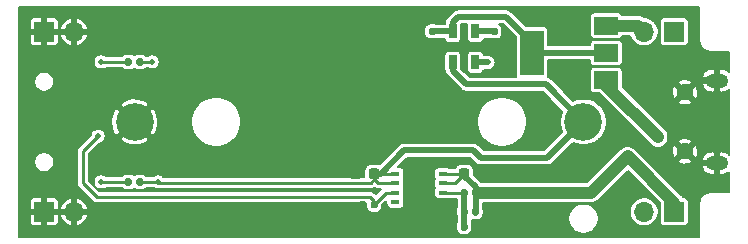
<source format=gbr>
G04 #@! TF.GenerationSoftware,KiCad,Pcbnew,5.1.6+dfsg1-1*
G04 #@! TF.CreationDate,2020-06-20T09:26:12-04:00*
G04 #@! TF.ProjectId,BreadBatt,42726561-6442-4617-9474-2e6b69636164,1*
G04 #@! TF.SameCoordinates,Original*
G04 #@! TF.FileFunction,Copper,L2,Bot*
G04 #@! TF.FilePolarity,Positive*
%FSLAX46Y46*%
G04 Gerber Fmt 4.6, Leading zero omitted, Abs format (unit mm)*
G04 Created by KiCad (PCBNEW 5.1.6+dfsg1-1) date 2020-06-20 09:26:12*
%MOMM*%
%LPD*%
G01*
G04 APERTURE LIST*
G04 #@! TA.AperFunction,ComponentPad*
%ADD10C,3.200000*%
G04 #@! TD*
G04 #@! TA.AperFunction,SMDPad,CuDef*
%ADD11R,2.000000X3.800000*%
G04 #@! TD*
G04 #@! TA.AperFunction,SMDPad,CuDef*
%ADD12R,2.000000X1.500000*%
G04 #@! TD*
G04 #@! TA.AperFunction,ComponentPad*
%ADD13C,1.450000*%
G04 #@! TD*
G04 #@! TA.AperFunction,ComponentPad*
%ADD14O,1.900000X1.200000*%
G04 #@! TD*
G04 #@! TA.AperFunction,SMDPad,CuDef*
%ADD15R,0.650000X1.220000*%
G04 #@! TD*
G04 #@! TA.AperFunction,SMDPad,CuDef*
%ADD16R,0.750000X0.350000*%
G04 #@! TD*
G04 #@! TA.AperFunction,SMDPad,CuDef*
%ADD17R,2.500000X3.600000*%
G04 #@! TD*
G04 #@! TA.AperFunction,ComponentPad*
%ADD18R,1.700000X1.700000*%
G04 #@! TD*
G04 #@! TA.AperFunction,ComponentPad*
%ADD19O,1.700000X1.700000*%
G04 #@! TD*
G04 #@! TA.AperFunction,ViaPad*
%ADD20C,0.508000*%
G04 #@! TD*
G04 #@! TA.AperFunction,ViaPad*
%ADD21C,1.016000*%
G04 #@! TD*
G04 #@! TA.AperFunction,Conductor*
%ADD22C,0.254000*%
G04 #@! TD*
G04 #@! TA.AperFunction,Conductor*
%ADD23C,0.508000*%
G04 #@! TD*
G04 #@! TA.AperFunction,Conductor*
%ADD24C,1.016000*%
G04 #@! TD*
G04 #@! TA.AperFunction,Conductor*
%ADD25C,0.152400*%
G04 #@! TD*
G04 APERTURE END LIST*
D10*
X158700000Y-107950000D03*
X120700000Y-107950000D03*
G04 #@! TA.AperFunction,SMDPad,CuDef*
G36*
G01*
X138957500Y-112594250D02*
X138957500Y-112081750D01*
G75*
G02*
X139176250Y-111863000I218750J0D01*
G01*
X139613750Y-111863000D01*
G75*
G02*
X139832500Y-112081750I0J-218750D01*
G01*
X139832500Y-112594250D01*
G75*
G02*
X139613750Y-112813000I-218750J0D01*
G01*
X139176250Y-112813000D01*
G75*
G02*
X138957500Y-112594250I0J218750D01*
G01*
G37*
G04 #@! TD.AperFunction*
G04 #@! TA.AperFunction,SMDPad,CuDef*
G36*
G01*
X140532500Y-112594250D02*
X140532500Y-112081750D01*
G75*
G02*
X140751250Y-111863000I218750J0D01*
G01*
X141188750Y-111863000D01*
G75*
G02*
X141407500Y-112081750I0J-218750D01*
G01*
X141407500Y-112594250D01*
G75*
G02*
X141188750Y-112813000I-218750J0D01*
G01*
X140751250Y-112813000D01*
G75*
G02*
X140532500Y-112594250I0J218750D01*
G01*
G37*
G04 #@! TD.AperFunction*
G04 #@! TA.AperFunction,SMDPad,CuDef*
G36*
G01*
X146095500Y-101555000D02*
X145750500Y-101555000D01*
G75*
G02*
X145603000Y-101407500I0J147500D01*
G01*
X145603000Y-101112500D01*
G75*
G02*
X145750500Y-100965000I147500J0D01*
G01*
X146095500Y-100965000D01*
G75*
G02*
X146243000Y-101112500I0J-147500D01*
G01*
X146243000Y-101407500D01*
G75*
G02*
X146095500Y-101555000I-147500J0D01*
G01*
G37*
G04 #@! TD.AperFunction*
G04 #@! TA.AperFunction,SMDPad,CuDef*
G36*
G01*
X146095500Y-100585000D02*
X145750500Y-100585000D01*
G75*
G02*
X145603000Y-100437500I0J147500D01*
G01*
X145603000Y-100142500D01*
G75*
G02*
X145750500Y-99995000I147500J0D01*
G01*
X146095500Y-99995000D01*
G75*
G02*
X146243000Y-100142500I0J-147500D01*
G01*
X146243000Y-100437500D01*
G75*
G02*
X146095500Y-100585000I-147500J0D01*
G01*
G37*
G04 #@! TD.AperFunction*
G04 #@! TA.AperFunction,SMDPad,CuDef*
G36*
G01*
X149855000Y-113765500D02*
X149855000Y-114110500D01*
G75*
G02*
X149707500Y-114258000I-147500J0D01*
G01*
X149412500Y-114258000D01*
G75*
G02*
X149265000Y-114110500I0J147500D01*
G01*
X149265000Y-113765500D01*
G75*
G02*
X149412500Y-113618000I147500J0D01*
G01*
X149707500Y-113618000D01*
G75*
G02*
X149855000Y-113765500I0J-147500D01*
G01*
G37*
G04 #@! TD.AperFunction*
G04 #@! TA.AperFunction,SMDPad,CuDef*
G36*
G01*
X148885000Y-113765500D02*
X148885000Y-114110500D01*
G75*
G02*
X148737500Y-114258000I-147500J0D01*
G01*
X148442500Y-114258000D01*
G75*
G02*
X148295000Y-114110500I0J147500D01*
G01*
X148295000Y-113765500D01*
G75*
G02*
X148442500Y-113618000I147500J0D01*
G01*
X148737500Y-113618000D01*
G75*
G02*
X148885000Y-113765500I0J-147500D01*
G01*
G37*
G04 #@! TD.AperFunction*
G04 #@! TA.AperFunction,SMDPad,CuDef*
G36*
G01*
X149727500Y-112594250D02*
X149727500Y-112081750D01*
G75*
G02*
X149946250Y-111863000I218750J0D01*
G01*
X150383750Y-111863000D01*
G75*
G02*
X150602500Y-112081750I0J-218750D01*
G01*
X150602500Y-112594250D01*
G75*
G02*
X150383750Y-112813000I-218750J0D01*
G01*
X149946250Y-112813000D01*
G75*
G02*
X149727500Y-112594250I0J218750D01*
G01*
G37*
G04 #@! TD.AperFunction*
G04 #@! TA.AperFunction,SMDPad,CuDef*
G36*
G01*
X148152500Y-112594250D02*
X148152500Y-112081750D01*
G75*
G02*
X148371250Y-111863000I218750J0D01*
G01*
X148808750Y-111863000D01*
G75*
G02*
X149027500Y-112081750I0J-218750D01*
G01*
X149027500Y-112594250D01*
G75*
G02*
X148808750Y-112813000I-218750J0D01*
G01*
X148371250Y-112813000D01*
G75*
G02*
X148152500Y-112594250I0J218750D01*
G01*
G37*
G04 #@! TD.AperFunction*
D11*
X154330000Y-102108000D03*
D12*
X160630000Y-102108000D03*
X160630000Y-104408000D03*
X160630000Y-99808000D03*
D13*
X167295100Y-110450000D03*
X167295100Y-105450000D03*
D14*
X169995100Y-111450000D03*
X169995100Y-104450000D03*
G04 #@! TA.AperFunction,SMDPad,CuDef*
G36*
G01*
X140675000Y-115126500D02*
X140675000Y-114781500D01*
G75*
G02*
X140822500Y-114634000I147500J0D01*
G01*
X141117500Y-114634000D01*
G75*
G02*
X141265000Y-114781500I0J-147500D01*
G01*
X141265000Y-115126500D01*
G75*
G02*
X141117500Y-115274000I-147500J0D01*
G01*
X140822500Y-115274000D01*
G75*
G02*
X140675000Y-115126500I0J147500D01*
G01*
G37*
G04 #@! TD.AperFunction*
G04 #@! TA.AperFunction,SMDPad,CuDef*
G36*
G01*
X139705000Y-115126500D02*
X139705000Y-114781500D01*
G75*
G02*
X139852500Y-114634000I147500J0D01*
G01*
X140147500Y-114634000D01*
G75*
G02*
X140295000Y-114781500I0J-147500D01*
G01*
X140295000Y-115126500D01*
G75*
G02*
X140147500Y-115274000I-147500J0D01*
G01*
X139852500Y-115274000D01*
G75*
G02*
X139705000Y-115126500I0J147500D01*
G01*
G37*
G04 #@! TD.AperFunction*
G04 #@! TA.AperFunction,SMDPad,CuDef*
G36*
G01*
X120840000Y-113202500D02*
X120840000Y-112857500D01*
G75*
G02*
X120987500Y-112710000I147500J0D01*
G01*
X121282500Y-112710000D01*
G75*
G02*
X121430000Y-112857500I0J-147500D01*
G01*
X121430000Y-113202500D01*
G75*
G02*
X121282500Y-113350000I-147500J0D01*
G01*
X120987500Y-113350000D01*
G75*
G02*
X120840000Y-113202500I0J147500D01*
G01*
G37*
G04 #@! TD.AperFunction*
G04 #@! TA.AperFunction,SMDPad,CuDef*
G36*
G01*
X119870000Y-113202500D02*
X119870000Y-112857500D01*
G75*
G02*
X120017500Y-112710000I147500J0D01*
G01*
X120312500Y-112710000D01*
G75*
G02*
X120460000Y-112857500I0J-147500D01*
G01*
X120460000Y-113202500D01*
G75*
G02*
X120312500Y-113350000I-147500J0D01*
G01*
X120017500Y-113350000D01*
G75*
G02*
X119870000Y-113202500I0J147500D01*
G01*
G37*
G04 #@! TD.AperFunction*
G04 #@! TA.AperFunction,SMDPad,CuDef*
G36*
G01*
X151302500Y-101555000D02*
X150957500Y-101555000D01*
G75*
G02*
X150810000Y-101407500I0J147500D01*
G01*
X150810000Y-101112500D01*
G75*
G02*
X150957500Y-100965000I147500J0D01*
G01*
X151302500Y-100965000D01*
G75*
G02*
X151450000Y-101112500I0J-147500D01*
G01*
X151450000Y-101407500D01*
G75*
G02*
X151302500Y-101555000I-147500J0D01*
G01*
G37*
G04 #@! TD.AperFunction*
G04 #@! TA.AperFunction,SMDPad,CuDef*
G36*
G01*
X151302500Y-100585000D02*
X150957500Y-100585000D01*
G75*
G02*
X150810000Y-100437500I0J147500D01*
G01*
X150810000Y-100142500D01*
G75*
G02*
X150957500Y-99995000I147500J0D01*
G01*
X151302500Y-99995000D01*
G75*
G02*
X151450000Y-100142500I0J-147500D01*
G01*
X151450000Y-100437500D01*
G75*
G02*
X151302500Y-100585000I-147500J0D01*
G01*
G37*
G04 #@! TD.AperFunction*
G04 #@! TA.AperFunction,SMDPad,CuDef*
G36*
G01*
X149265000Y-115742500D02*
X149265000Y-115397500D01*
G75*
G02*
X149412500Y-115250000I147500J0D01*
G01*
X149707500Y-115250000D01*
G75*
G02*
X149855000Y-115397500I0J-147500D01*
G01*
X149855000Y-115742500D01*
G75*
G02*
X149707500Y-115890000I-147500J0D01*
G01*
X149412500Y-115890000D01*
G75*
G02*
X149265000Y-115742500I0J147500D01*
G01*
G37*
G04 #@! TD.AperFunction*
G04 #@! TA.AperFunction,SMDPad,CuDef*
G36*
G01*
X148295000Y-115742500D02*
X148295000Y-115397500D01*
G75*
G02*
X148442500Y-115250000I147500J0D01*
G01*
X148737500Y-115250000D01*
G75*
G02*
X148885000Y-115397500I0J-147500D01*
G01*
X148885000Y-115742500D01*
G75*
G02*
X148737500Y-115890000I-147500J0D01*
G01*
X148442500Y-115890000D01*
G75*
G02*
X148295000Y-115742500I0J147500D01*
G01*
G37*
G04 #@! TD.AperFunction*
G04 #@! TA.AperFunction,SMDPad,CuDef*
G36*
G01*
X147324999Y-117012500D02*
X147324999Y-116667500D01*
G75*
G02*
X147472499Y-116520000I147500J0D01*
G01*
X147767499Y-116520000D01*
G75*
G02*
X147914999Y-116667500I0J-147500D01*
G01*
X147914999Y-117012500D01*
G75*
G02*
X147767499Y-117160000I-147500J0D01*
G01*
X147472499Y-117160000D01*
G75*
G02*
X147324999Y-117012500I0J147500D01*
G01*
G37*
G04 #@! TD.AperFunction*
G04 #@! TA.AperFunction,SMDPad,CuDef*
G36*
G01*
X148294999Y-117012500D02*
X148294999Y-116667500D01*
G75*
G02*
X148442499Y-116520000I147500J0D01*
G01*
X148737499Y-116520000D01*
G75*
G02*
X148884999Y-116667500I0J-147500D01*
G01*
X148884999Y-117012500D01*
G75*
G02*
X148737499Y-117160000I-147500J0D01*
G01*
X148442499Y-117160000D01*
G75*
G02*
X148294999Y-117012500I0J147500D01*
G01*
G37*
G04 #@! TD.AperFunction*
G04 #@! TA.AperFunction,SMDPad,CuDef*
G36*
G01*
X119870000Y-103042500D02*
X119870000Y-102697500D01*
G75*
G02*
X120017500Y-102550000I147500J0D01*
G01*
X120312500Y-102550000D01*
G75*
G02*
X120460000Y-102697500I0J-147500D01*
G01*
X120460000Y-103042500D01*
G75*
G02*
X120312500Y-103190000I-147500J0D01*
G01*
X120017500Y-103190000D01*
G75*
G02*
X119870000Y-103042500I0J147500D01*
G01*
G37*
G04 #@! TD.AperFunction*
G04 #@! TA.AperFunction,SMDPad,CuDef*
G36*
G01*
X120840000Y-103042500D02*
X120840000Y-102697500D01*
G75*
G02*
X120987500Y-102550000I147500J0D01*
G01*
X121282500Y-102550000D01*
G75*
G02*
X121430000Y-102697500I0J-147500D01*
G01*
X121430000Y-103042500D01*
G75*
G02*
X121282500Y-103190000I-147500J0D01*
G01*
X120987500Y-103190000D01*
G75*
G02*
X120840000Y-103042500I0J147500D01*
G01*
G37*
G04 #@! TD.AperFunction*
D15*
X149540000Y-102910000D03*
X148590000Y-102910000D03*
X147640000Y-102910000D03*
X147640000Y-100290000D03*
X149540000Y-100290000D03*
D16*
X146780000Y-112338000D03*
X146780000Y-113138000D03*
X146780000Y-113938000D03*
X146780000Y-114738000D03*
X142780000Y-114738000D03*
X142780000Y-113938000D03*
X142780000Y-113138000D03*
X142780000Y-112338000D03*
D17*
X144780000Y-113538000D03*
D18*
X166370000Y-100330000D03*
D19*
X163830000Y-100330000D03*
X115570000Y-100330000D03*
D18*
X113030000Y-100330000D03*
X166370000Y-115570000D03*
D19*
X163830000Y-115570000D03*
X115570000Y-115570000D03*
D18*
X113030000Y-115570000D03*
D20*
X122682000Y-113030000D03*
X141097000Y-113792000D03*
D21*
X162433008Y-110871008D03*
D20*
X122174000Y-102870000D03*
X117856000Y-113030000D03*
X150622000Y-102910000D03*
X165003000Y-109250000D03*
X117856000Y-102870000D03*
X117602000Y-109156500D03*
D22*
X142780000Y-112338000D02*
X140970000Y-112338000D01*
D23*
X147640000Y-103626522D02*
X147640000Y-102910000D01*
X158700000Y-107950000D02*
X155525000Y-104775000D01*
X148788478Y-104775000D02*
X147640000Y-103626522D01*
X155525000Y-104775000D02*
X148788478Y-104775000D01*
D22*
X121135000Y-113030000D02*
X122682000Y-113030000D01*
X140970000Y-112813000D02*
X140970000Y-112338000D01*
X140690590Y-113092410D02*
X140970000Y-112813000D01*
X122744410Y-113092410D02*
X140690590Y-113092410D01*
X122682000Y-113030000D02*
X122744410Y-113092410D01*
X141295000Y-113138000D02*
X140970000Y-112813000D01*
D23*
X158700000Y-107950000D02*
X155652000Y-110998000D01*
X155652000Y-110998000D02*
X149987000Y-110998000D01*
X149987000Y-110998000D02*
X149352000Y-110363000D01*
X140970000Y-112338000D02*
X141535000Y-112338000D01*
X149352000Y-110363000D02*
X143510000Y-110363000D01*
X141535000Y-112338000D02*
X143510000Y-110363000D01*
D22*
X142780000Y-113138000D02*
X141295000Y-113138000D01*
D23*
X147640000Y-100290000D02*
X145923000Y-100290000D01*
X147640000Y-99502000D02*
X147640000Y-100290000D01*
X148082000Y-99060000D02*
X147640000Y-99502000D01*
X154330000Y-102108000D02*
X154330000Y-101244000D01*
X152146000Y-99060000D02*
X148082000Y-99060000D01*
X154330000Y-101244000D02*
X152146000Y-99060000D01*
X155838000Y-102108000D02*
X160630000Y-102108000D01*
X154330000Y-102108000D02*
X155838000Y-102108000D01*
D22*
X146780000Y-112338000D02*
X148590000Y-112338000D01*
X147790000Y-113138000D02*
X148590000Y-112338000D01*
X146780000Y-113138000D02*
X147790000Y-113138000D01*
D23*
X148590000Y-112522000D02*
X148590000Y-112338000D01*
X149560000Y-113938000D02*
X149560000Y-115570000D01*
D22*
X122174000Y-102870000D02*
X121135000Y-102870000D01*
D23*
X149560000Y-113492000D02*
X148590000Y-112522000D01*
X149560000Y-113938000D02*
X149560000Y-113492000D01*
X149560000Y-113938000D02*
X149860000Y-113938000D01*
D24*
X159366016Y-113938000D02*
X149860000Y-113938000D01*
X166370000Y-114808000D02*
X162433008Y-110871008D01*
X166370000Y-115570000D02*
X166370000Y-114808000D01*
X159366016Y-113938000D02*
X162433008Y-110871008D01*
D22*
X146780000Y-113938000D02*
X148590000Y-113938000D01*
D23*
X148613000Y-113961000D02*
X148590000Y-113938000D01*
X148590000Y-115570000D02*
X148590000Y-113938000D01*
X148590000Y-116839999D02*
X148589999Y-116840000D01*
X148590000Y-115570000D02*
X148590000Y-116839999D01*
D22*
X120165000Y-113030000D02*
X117856000Y-113030000D01*
D23*
X149540000Y-102910000D02*
X150622000Y-102910000D01*
D24*
X160630000Y-104877000D02*
X165003000Y-109250000D01*
X160630000Y-104408000D02*
X160630000Y-104877000D01*
X163308000Y-99808000D02*
X163830000Y-100330000D01*
X160630000Y-99808000D02*
X163308000Y-99808000D01*
D22*
X120165000Y-102870000D02*
X117856000Y-102870000D01*
X141986000Y-113938000D02*
X140970000Y-114954000D01*
X142780000Y-113938000D02*
X141986000Y-113938000D01*
X116332000Y-110426500D02*
X117602000Y-109156500D01*
X140970000Y-114634000D02*
X140636000Y-114300000D01*
X117475000Y-114300000D02*
X116332000Y-113157000D01*
X140970000Y-114954000D02*
X140970000Y-114634000D01*
X140636000Y-114300000D02*
X117475000Y-114300000D01*
X116332000Y-113157000D02*
X116332000Y-110426500D01*
D23*
X151130000Y-100290000D02*
X149540000Y-100290000D01*
D25*
G36*
X168516300Y-101111332D02*
G01*
X168517954Y-101128123D01*
X168517932Y-101131230D01*
X168518469Y-101136701D01*
X168528833Y-101235303D01*
X168535999Y-101270210D01*
X168542694Y-101305307D01*
X168544283Y-101310570D01*
X168573601Y-101405280D01*
X168587419Y-101438151D01*
X168600795Y-101471257D01*
X168603376Y-101476110D01*
X168650531Y-101563322D01*
X168670456Y-101592863D01*
X168690023Y-101622764D01*
X168693498Y-101627024D01*
X168756695Y-101703416D01*
X168781979Y-101728524D01*
X168806980Y-101754054D01*
X168811216Y-101757557D01*
X168888047Y-101820219D01*
X168917700Y-101839920D01*
X168947211Y-101860127D01*
X168952047Y-101862741D01*
X169039586Y-101909286D01*
X169072576Y-101922884D01*
X169105373Y-101936940D01*
X169110624Y-101938566D01*
X169205537Y-101967222D01*
X169240522Y-101974149D01*
X169275443Y-101981572D01*
X169280910Y-101982146D01*
X169379581Y-101991821D01*
X169379588Y-101991821D01*
X169398667Y-101993700D01*
X171056300Y-101993700D01*
X171056300Y-103732380D01*
X171050047Y-103724975D01*
X170895056Y-103601378D01*
X170718931Y-103510393D01*
X170528440Y-103455516D01*
X170330903Y-103438857D01*
X170172900Y-103548777D01*
X170172900Y-104272200D01*
X170192900Y-104272200D01*
X170192900Y-104627800D01*
X170172900Y-104627800D01*
X170172900Y-105351223D01*
X170330903Y-105461143D01*
X170528440Y-105444484D01*
X170718931Y-105389607D01*
X170895056Y-105298622D01*
X171050047Y-105175025D01*
X171056300Y-105167620D01*
X171056301Y-110732381D01*
X171050047Y-110724975D01*
X170895056Y-110601378D01*
X170718931Y-110510393D01*
X170528440Y-110455516D01*
X170330903Y-110438857D01*
X170172900Y-110548777D01*
X170172900Y-111272200D01*
X170192900Y-111272200D01*
X170192900Y-111627800D01*
X170172900Y-111627800D01*
X170172900Y-112351223D01*
X170330903Y-112461143D01*
X170528440Y-112444484D01*
X170718931Y-112389607D01*
X170895056Y-112298622D01*
X171050047Y-112175025D01*
X171056301Y-112167619D01*
X171056301Y-113906300D01*
X169398667Y-113906300D01*
X169381876Y-113907954D01*
X169378770Y-113907932D01*
X169373299Y-113908469D01*
X169274697Y-113918833D01*
X169239790Y-113925999D01*
X169204693Y-113932694D01*
X169199430Y-113934283D01*
X169104720Y-113963601D01*
X169071849Y-113977419D01*
X169038743Y-113990795D01*
X169033890Y-113993376D01*
X168946678Y-114040531D01*
X168917088Y-114060490D01*
X168887236Y-114080024D01*
X168882976Y-114083498D01*
X168806584Y-114146695D01*
X168781459Y-114171996D01*
X168755946Y-114196980D01*
X168752448Y-114201210D01*
X168752442Y-114201216D01*
X168752438Y-114201223D01*
X168689781Y-114278047D01*
X168670080Y-114307700D01*
X168649873Y-114337211D01*
X168647259Y-114342047D01*
X168600714Y-114429586D01*
X168587122Y-114462563D01*
X168573060Y-114495372D01*
X168571436Y-114500621D01*
X168571435Y-114500624D01*
X168542778Y-114595537D01*
X168535850Y-114630529D01*
X168528428Y-114665443D01*
X168527854Y-114670910D01*
X168518179Y-114769581D01*
X168518179Y-114769598D01*
X168516301Y-114788667D01*
X168516300Y-117716300D01*
X110883700Y-117716300D01*
X110883700Y-116420000D01*
X111797157Y-116420000D01*
X111804513Y-116494689D01*
X111826299Y-116566508D01*
X111861678Y-116632696D01*
X111909289Y-116690711D01*
X111967304Y-116738322D01*
X112033492Y-116773701D01*
X112105311Y-116795487D01*
X112180000Y-116802843D01*
X112756950Y-116801000D01*
X112852200Y-116705750D01*
X112852200Y-115747800D01*
X113207800Y-115747800D01*
X113207800Y-116705750D01*
X113303050Y-116801000D01*
X113880000Y-116802843D01*
X113954689Y-116795487D01*
X114026508Y-116773701D01*
X114092696Y-116738322D01*
X114150711Y-116690711D01*
X114198322Y-116632696D01*
X114233701Y-116566508D01*
X114255487Y-116494689D01*
X114262843Y-116420000D01*
X114261298Y-115936164D01*
X114394711Y-115936164D01*
X114488729Y-116158416D01*
X114624300Y-116358055D01*
X114796213Y-116527410D01*
X114997863Y-116659972D01*
X115203837Y-116745281D01*
X115392200Y-116691747D01*
X115392200Y-115747800D01*
X115747800Y-115747800D01*
X115747800Y-116691747D01*
X115936163Y-116745281D01*
X116142137Y-116659972D01*
X116343787Y-116527410D01*
X116515700Y-116358055D01*
X116651271Y-116158416D01*
X116745289Y-115936164D01*
X116692850Y-115747800D01*
X115747800Y-115747800D01*
X115392200Y-115747800D01*
X114447150Y-115747800D01*
X114394711Y-115936164D01*
X114261298Y-115936164D01*
X114261000Y-115843050D01*
X114165750Y-115747800D01*
X113207800Y-115747800D01*
X112852200Y-115747800D01*
X111894250Y-115747800D01*
X111799000Y-115843050D01*
X111797157Y-116420000D01*
X110883700Y-116420000D01*
X110883700Y-114720000D01*
X111797157Y-114720000D01*
X111799000Y-115296950D01*
X111894250Y-115392200D01*
X112852200Y-115392200D01*
X112852200Y-114434250D01*
X113207800Y-114434250D01*
X113207800Y-115392200D01*
X114165750Y-115392200D01*
X114261000Y-115296950D01*
X114261297Y-115203836D01*
X114394711Y-115203836D01*
X114447150Y-115392200D01*
X115392200Y-115392200D01*
X115392200Y-114448253D01*
X115747800Y-114448253D01*
X115747800Y-115392200D01*
X116692850Y-115392200D01*
X116745289Y-115203836D01*
X116651271Y-114981584D01*
X116515700Y-114781945D01*
X116343787Y-114612590D01*
X116142137Y-114480028D01*
X115936163Y-114394719D01*
X115747800Y-114448253D01*
X115392200Y-114448253D01*
X115203837Y-114394719D01*
X114997863Y-114480028D01*
X114796213Y-114612590D01*
X114624300Y-114781945D01*
X114488729Y-114981584D01*
X114394711Y-115203836D01*
X114261297Y-115203836D01*
X114262843Y-114720000D01*
X114255487Y-114645311D01*
X114233701Y-114573492D01*
X114198322Y-114507304D01*
X114150711Y-114449289D01*
X114092696Y-114401678D01*
X114026508Y-114366299D01*
X113954689Y-114344513D01*
X113880000Y-114337157D01*
X113303050Y-114339000D01*
X113207800Y-114434250D01*
X112852200Y-114434250D01*
X112756950Y-114339000D01*
X112180000Y-114337157D01*
X112105311Y-114344513D01*
X112033492Y-114366299D01*
X111967304Y-114401678D01*
X111909289Y-114449289D01*
X111861678Y-114507304D01*
X111826299Y-114573492D01*
X111804513Y-114645311D01*
X111797157Y-114720000D01*
X110883700Y-114720000D01*
X110883700Y-111268154D01*
X112199000Y-111268154D01*
X112199000Y-111431846D01*
X112230935Y-111592394D01*
X112293577Y-111743626D01*
X112384520Y-111879732D01*
X112500268Y-111995480D01*
X112636374Y-112086423D01*
X112787606Y-112149065D01*
X112948154Y-112181000D01*
X113111846Y-112181000D01*
X113272394Y-112149065D01*
X113423626Y-112086423D01*
X113559732Y-111995480D01*
X113675480Y-111879732D01*
X113766423Y-111743626D01*
X113829065Y-111592394D01*
X113861000Y-111431846D01*
X113861000Y-111268154D01*
X113829065Y-111107606D01*
X113766423Y-110956374D01*
X113675480Y-110820268D01*
X113559732Y-110704520D01*
X113423626Y-110613577D01*
X113272394Y-110550935D01*
X113111846Y-110519000D01*
X112948154Y-110519000D01*
X112787606Y-110550935D01*
X112636374Y-110613577D01*
X112500268Y-110704520D01*
X112384520Y-110820268D01*
X112293577Y-110956374D01*
X112230935Y-111107606D01*
X112199000Y-111268154D01*
X110883700Y-111268154D01*
X110883700Y-110426500D01*
X115821543Y-110426500D01*
X115824001Y-110451454D01*
X115824000Y-113132056D01*
X115821543Y-113157000D01*
X115824000Y-113181944D01*
X115824000Y-113181946D01*
X115831351Y-113256584D01*
X115860399Y-113352342D01*
X115907571Y-113440595D01*
X115971052Y-113517948D01*
X115990435Y-113533855D01*
X117098149Y-114641570D01*
X117114052Y-114660948D01*
X117133429Y-114676850D01*
X117191404Y-114724429D01*
X117212581Y-114735748D01*
X117279657Y-114771601D01*
X117375415Y-114800649D01*
X117450053Y-114808000D01*
X117450055Y-114808000D01*
X117474999Y-114810457D01*
X117499943Y-114808000D01*
X140292157Y-114808000D01*
X140292157Y-115126500D01*
X140302347Y-115229965D01*
X140332527Y-115329453D01*
X140381536Y-115421143D01*
X140447491Y-115501509D01*
X140527857Y-115567464D01*
X140619547Y-115616473D01*
X140719035Y-115646653D01*
X140822500Y-115656843D01*
X141117500Y-115656843D01*
X141220965Y-115646653D01*
X141320453Y-115616473D01*
X141412143Y-115567464D01*
X141492509Y-115501509D01*
X141558464Y-115421143D01*
X141607473Y-115329453D01*
X141637653Y-115229965D01*
X141647843Y-115126500D01*
X141647843Y-114994577D01*
X142022157Y-114620264D01*
X142022157Y-114913000D01*
X142029513Y-114987689D01*
X142051299Y-115059508D01*
X142086678Y-115125696D01*
X142134289Y-115183711D01*
X142192304Y-115231322D01*
X142258492Y-115266701D01*
X142330311Y-115288487D01*
X142405000Y-115295843D01*
X143155000Y-115295843D01*
X143229689Y-115288487D01*
X143301508Y-115266701D01*
X143367696Y-115231322D01*
X143425711Y-115183711D01*
X143473322Y-115125696D01*
X143508701Y-115059508D01*
X143530487Y-114987689D01*
X143537843Y-114913000D01*
X143537843Y-114563000D01*
X143530487Y-114488311D01*
X143508701Y-114416492D01*
X143473322Y-114350304D01*
X143463225Y-114338000D01*
X143473322Y-114325696D01*
X143508701Y-114259508D01*
X143530487Y-114187689D01*
X143537843Y-114113000D01*
X143537843Y-113763000D01*
X143530487Y-113688311D01*
X143508701Y-113616492D01*
X143473322Y-113550304D01*
X143463225Y-113538000D01*
X143473322Y-113525696D01*
X143508701Y-113459508D01*
X143530487Y-113387689D01*
X143537843Y-113313000D01*
X143537843Y-112963000D01*
X143530487Y-112888311D01*
X143508701Y-112816492D01*
X143473322Y-112750304D01*
X143463225Y-112738000D01*
X143473322Y-112725696D01*
X143508701Y-112659508D01*
X143530487Y-112587689D01*
X143537843Y-112513000D01*
X143537843Y-112163000D01*
X146022157Y-112163000D01*
X146022157Y-112513000D01*
X146029513Y-112587689D01*
X146051299Y-112659508D01*
X146086678Y-112725696D01*
X146096775Y-112738000D01*
X146086678Y-112750304D01*
X146051299Y-112816492D01*
X146029513Y-112888311D01*
X146022157Y-112963000D01*
X146022157Y-113313000D01*
X146029513Y-113387689D01*
X146051299Y-113459508D01*
X146086678Y-113525696D01*
X146096775Y-113538000D01*
X146086678Y-113550304D01*
X146051299Y-113616492D01*
X146029513Y-113688311D01*
X146022157Y-113763000D01*
X146022157Y-114113000D01*
X146029513Y-114187689D01*
X146051299Y-114259508D01*
X146086678Y-114325696D01*
X146134289Y-114383711D01*
X146192304Y-114431322D01*
X146258492Y-114466701D01*
X146330311Y-114488487D01*
X146405000Y-114495843D01*
X147155000Y-114495843D01*
X147229689Y-114488487D01*
X147301508Y-114466701D01*
X147340236Y-114446000D01*
X147955001Y-114446000D01*
X147955000Y-115189920D01*
X147952527Y-115194547D01*
X147922347Y-115294035D01*
X147912157Y-115397500D01*
X147912157Y-115742500D01*
X147922347Y-115845965D01*
X147952527Y-115945453D01*
X147955000Y-115950080D01*
X147955001Y-116459917D01*
X147952526Y-116464547D01*
X147922346Y-116564035D01*
X147912156Y-116667500D01*
X147912156Y-117012500D01*
X147922346Y-117115965D01*
X147952526Y-117215453D01*
X148001535Y-117307143D01*
X148067490Y-117387509D01*
X148147856Y-117453464D01*
X148239546Y-117502473D01*
X148339034Y-117532653D01*
X148442499Y-117542843D01*
X148737499Y-117542843D01*
X148840964Y-117532653D01*
X148940452Y-117502473D01*
X149032142Y-117453464D01*
X149112508Y-117387509D01*
X149178463Y-117307143D01*
X149227472Y-117215453D01*
X149257652Y-117115965D01*
X149267842Y-117012500D01*
X149267842Y-116667500D01*
X149257652Y-116564035D01*
X149227472Y-116464547D01*
X149225000Y-116459922D01*
X149225000Y-116237161D01*
X149309035Y-116262653D01*
X149412500Y-116272843D01*
X149707500Y-116272843D01*
X149810965Y-116262653D01*
X149910453Y-116232473D01*
X150002143Y-116183464D01*
X150082509Y-116117509D01*
X150148464Y-116037143D01*
X150155578Y-116023833D01*
X157419000Y-116023833D01*
X157419000Y-116276167D01*
X157468228Y-116523654D01*
X157564793Y-116756781D01*
X157704982Y-116966590D01*
X157883410Y-117145018D01*
X158093219Y-117285207D01*
X158326346Y-117381772D01*
X158573833Y-117431000D01*
X158826167Y-117431000D01*
X159073654Y-117381772D01*
X159306781Y-117285207D01*
X159516590Y-117145018D01*
X159695018Y-116966590D01*
X159835207Y-116756781D01*
X159931772Y-116523654D01*
X159981000Y-116276167D01*
X159981000Y-116023833D01*
X159931772Y-115776346D01*
X159835207Y-115543219D01*
X159772090Y-115448757D01*
X162599000Y-115448757D01*
X162599000Y-115691243D01*
X162646307Y-115929069D01*
X162739102Y-116153097D01*
X162873820Y-116354717D01*
X163045283Y-116526180D01*
X163246903Y-116660898D01*
X163470931Y-116753693D01*
X163708757Y-116801000D01*
X163951243Y-116801000D01*
X164189069Y-116753693D01*
X164413097Y-116660898D01*
X164614717Y-116526180D01*
X164786180Y-116354717D01*
X164920898Y-116153097D01*
X165013693Y-115929069D01*
X165061000Y-115691243D01*
X165061000Y-115448757D01*
X165013693Y-115210931D01*
X164920898Y-114986903D01*
X164786180Y-114785283D01*
X164614717Y-114613820D01*
X164413097Y-114479102D01*
X164189069Y-114386307D01*
X163951243Y-114339000D01*
X163708757Y-114339000D01*
X163470931Y-114386307D01*
X163246903Y-114479102D01*
X163045283Y-114613820D01*
X162873820Y-114785283D01*
X162739102Y-114986903D01*
X162646307Y-115210931D01*
X162599000Y-115448757D01*
X159772090Y-115448757D01*
X159695018Y-115333410D01*
X159516590Y-115154982D01*
X159306781Y-115014793D01*
X159073654Y-114918228D01*
X158826167Y-114869000D01*
X158573833Y-114869000D01*
X158326346Y-114918228D01*
X158093219Y-115014793D01*
X157883410Y-115154982D01*
X157704982Y-115333410D01*
X157564793Y-115543219D01*
X157468228Y-115776346D01*
X157419000Y-116023833D01*
X150155578Y-116023833D01*
X150197473Y-115945453D01*
X150227653Y-115845965D01*
X150237843Y-115742500D01*
X150237843Y-115397500D01*
X150227653Y-115294035D01*
X150197473Y-115194547D01*
X150195000Y-115189920D01*
X150195000Y-114827000D01*
X159322356Y-114827000D01*
X159366016Y-114831300D01*
X159409676Y-114827000D01*
X159409683Y-114827000D01*
X159540290Y-114814136D01*
X159707867Y-114763303D01*
X159862307Y-114680753D01*
X159997675Y-114569659D01*
X160025515Y-114535736D01*
X162433008Y-112128243D01*
X165137157Y-114832393D01*
X165137157Y-116420000D01*
X165144513Y-116494689D01*
X165166299Y-116566508D01*
X165201678Y-116632696D01*
X165249289Y-116690711D01*
X165307304Y-116738322D01*
X165373492Y-116773701D01*
X165445311Y-116795487D01*
X165520000Y-116802843D01*
X167220000Y-116802843D01*
X167294689Y-116795487D01*
X167366508Y-116773701D01*
X167432696Y-116738322D01*
X167490711Y-116690711D01*
X167538322Y-116632696D01*
X167573701Y-116566508D01*
X167595487Y-116494689D01*
X167602843Y-116420000D01*
X167602843Y-114720000D01*
X167595487Y-114645311D01*
X167573701Y-114573492D01*
X167538322Y-114507304D01*
X167490711Y-114449289D01*
X167432696Y-114401678D01*
X167366508Y-114366299D01*
X167294689Y-114344513D01*
X167220000Y-114337157D01*
X167126355Y-114337157D01*
X167112753Y-114311709D01*
X167001659Y-114176341D01*
X166967742Y-114148506D01*
X164595768Y-111776532D01*
X168720039Y-111776532D01*
X168812253Y-112023566D01*
X168940153Y-112175025D01*
X169095144Y-112298622D01*
X169271269Y-112389607D01*
X169461760Y-112444484D01*
X169659297Y-112461143D01*
X169817300Y-112351223D01*
X169817300Y-111627800D01*
X168777379Y-111627800D01*
X168720039Y-111776532D01*
X164595768Y-111776532D01*
X164102366Y-111283130D01*
X166713417Y-111283130D01*
X166794121Y-111442029D01*
X166997283Y-111520703D01*
X167211889Y-111558231D01*
X167429693Y-111553171D01*
X167642325Y-111505716D01*
X167796079Y-111442029D01*
X167876783Y-111283130D01*
X167717121Y-111123468D01*
X168720039Y-111123468D01*
X168777379Y-111272200D01*
X169817300Y-111272200D01*
X169817300Y-110548777D01*
X169659297Y-110438857D01*
X169461760Y-110455516D01*
X169271269Y-110510393D01*
X169095144Y-110601378D01*
X168940153Y-110724975D01*
X168812253Y-110876434D01*
X168720039Y-111123468D01*
X167717121Y-111123468D01*
X167295100Y-110701447D01*
X166713417Y-111283130D01*
X164102366Y-111283130D01*
X163186025Y-110366789D01*
X166186869Y-110366789D01*
X166191929Y-110584593D01*
X166239384Y-110797225D01*
X166303071Y-110950979D01*
X166461970Y-111031683D01*
X167043653Y-110450000D01*
X167546547Y-110450000D01*
X168128230Y-111031683D01*
X168287129Y-110950979D01*
X168365803Y-110747817D01*
X168403331Y-110533211D01*
X168398271Y-110315407D01*
X168350816Y-110102775D01*
X168287129Y-109949021D01*
X168128230Y-109868317D01*
X167546547Y-110450000D01*
X167043653Y-110450000D01*
X166461970Y-109868317D01*
X166303071Y-109949021D01*
X166224397Y-110152183D01*
X166186869Y-110366789D01*
X163186025Y-110366789D01*
X163092505Y-110273270D01*
X163064667Y-110239349D01*
X163030746Y-110211511D01*
X162999712Y-110180477D01*
X162963219Y-110156093D01*
X162929299Y-110128256D01*
X162890600Y-110107571D01*
X162854107Y-110083187D01*
X162813560Y-110066392D01*
X162774860Y-110045706D01*
X162732869Y-110032968D01*
X162692320Y-110016172D01*
X162649271Y-110007609D01*
X162607283Y-109994872D01*
X162563619Y-109990572D01*
X162520567Y-109982008D01*
X162476668Y-109982008D01*
X162433008Y-109977708D01*
X162389348Y-109982008D01*
X162345449Y-109982008D01*
X162302397Y-109990572D01*
X162258733Y-109994872D01*
X162216745Y-110007609D01*
X162173696Y-110016172D01*
X162133147Y-110032968D01*
X162091156Y-110045706D01*
X162052455Y-110066392D01*
X162011909Y-110083187D01*
X161975419Y-110107569D01*
X161936716Y-110128256D01*
X161902793Y-110156096D01*
X161866304Y-110180477D01*
X161835270Y-110211511D01*
X161801349Y-110239349D01*
X161773515Y-110273265D01*
X158997781Y-113049000D01*
X150017902Y-113049000D01*
X150011185Y-113040815D01*
X149986955Y-113020930D01*
X149410343Y-112444319D01*
X149410343Y-112081750D01*
X149398784Y-111964385D01*
X149364549Y-111851530D01*
X149308956Y-111747523D01*
X149234140Y-111656360D01*
X149142977Y-111581544D01*
X149038970Y-111525951D01*
X148926115Y-111491716D01*
X148808750Y-111480157D01*
X148371250Y-111480157D01*
X148253885Y-111491716D01*
X148141030Y-111525951D01*
X148037023Y-111581544D01*
X147945860Y-111656360D01*
X147871044Y-111747523D01*
X147826959Y-111830000D01*
X147340236Y-111830000D01*
X147301508Y-111809299D01*
X147229689Y-111787513D01*
X147155000Y-111780157D01*
X146405000Y-111780157D01*
X146330311Y-111787513D01*
X146258492Y-111809299D01*
X146192304Y-111844678D01*
X146134289Y-111892289D01*
X146086678Y-111950304D01*
X146051299Y-112016492D01*
X146029513Y-112088311D01*
X146022157Y-112163000D01*
X143537843Y-112163000D01*
X143530487Y-112088311D01*
X143508701Y-112016492D01*
X143473322Y-111950304D01*
X143425711Y-111892289D01*
X143367696Y-111844678D01*
X143301508Y-111809299D01*
X143229689Y-111787513D01*
X143155000Y-111780157D01*
X142990868Y-111780157D01*
X143773026Y-110998000D01*
X149088975Y-110998000D01*
X149515934Y-111424960D01*
X149535815Y-111449185D01*
X149560039Y-111469065D01*
X149560043Y-111469069D01*
X149632506Y-111528538D01*
X149742820Y-111587502D01*
X149862518Y-111623812D01*
X149955808Y-111633000D01*
X149955811Y-111633000D01*
X149987000Y-111636072D01*
X150018189Y-111633000D01*
X155620819Y-111633000D01*
X155652000Y-111636071D01*
X155683181Y-111633000D01*
X155683192Y-111633000D01*
X155776482Y-111623812D01*
X155896180Y-111587502D01*
X156006494Y-111528537D01*
X156103185Y-111449185D01*
X156123074Y-111424950D01*
X157818808Y-109729217D01*
X158122164Y-109854871D01*
X158504889Y-109931000D01*
X158895111Y-109931000D01*
X159277836Y-109854871D01*
X159638355Y-109705539D01*
X159962814Y-109488743D01*
X160238743Y-109212814D01*
X160455539Y-108888355D01*
X160604871Y-108527836D01*
X160681000Y-108145111D01*
X160681000Y-107754889D01*
X160604871Y-107372164D01*
X160455539Y-107011645D01*
X160238743Y-106687186D01*
X159962814Y-106411257D01*
X159638355Y-106194461D01*
X159277836Y-106045129D01*
X158895111Y-105969000D01*
X158504889Y-105969000D01*
X158122164Y-106045129D01*
X157818808Y-106170783D01*
X155996074Y-104348050D01*
X155976185Y-104323815D01*
X155879494Y-104244463D01*
X155769180Y-104185498D01*
X155681374Y-104158862D01*
X155683701Y-104154508D01*
X155705487Y-104082689D01*
X155712843Y-104008000D01*
X155712843Y-103658000D01*
X159247157Y-103658000D01*
X159247157Y-105158000D01*
X159254513Y-105232689D01*
X159276299Y-105304508D01*
X159311678Y-105370696D01*
X159359289Y-105428711D01*
X159417304Y-105476322D01*
X159483492Y-105511701D01*
X159555311Y-105533487D01*
X159630000Y-105540843D01*
X160036608Y-105540843D01*
X164405259Y-109909495D01*
X164506708Y-109992752D01*
X164661147Y-110075302D01*
X164828725Y-110126136D01*
X165003000Y-110143300D01*
X165177275Y-110126136D01*
X165344852Y-110075302D01*
X165499291Y-109992752D01*
X165634659Y-109881659D01*
X165745752Y-109746291D01*
X165814929Y-109616870D01*
X166713417Y-109616870D01*
X167295100Y-110198553D01*
X167876783Y-109616870D01*
X167796079Y-109457971D01*
X167592917Y-109379297D01*
X167378311Y-109341769D01*
X167160507Y-109346829D01*
X166947875Y-109394284D01*
X166794121Y-109457971D01*
X166713417Y-109616870D01*
X165814929Y-109616870D01*
X165828302Y-109591852D01*
X165879136Y-109424275D01*
X165896300Y-109250000D01*
X165879136Y-109075725D01*
X165828302Y-108908147D01*
X165745752Y-108753708D01*
X165662495Y-108652259D01*
X163293366Y-106283130D01*
X166713417Y-106283130D01*
X166794121Y-106442029D01*
X166997283Y-106520703D01*
X167211889Y-106558231D01*
X167429693Y-106553171D01*
X167642325Y-106505716D01*
X167796079Y-106442029D01*
X167876783Y-106283130D01*
X167295100Y-105701447D01*
X166713417Y-106283130D01*
X163293366Y-106283130D01*
X162377025Y-105366789D01*
X166186869Y-105366789D01*
X166191929Y-105584593D01*
X166239384Y-105797225D01*
X166303071Y-105950979D01*
X166461970Y-106031683D01*
X167043653Y-105450000D01*
X167546547Y-105450000D01*
X168128230Y-106031683D01*
X168287129Y-105950979D01*
X168365803Y-105747817D01*
X168403331Y-105533211D01*
X168398271Y-105315407D01*
X168350816Y-105102775D01*
X168287129Y-104949021D01*
X168128230Y-104868317D01*
X167546547Y-105450000D01*
X167043653Y-105450000D01*
X166461970Y-104868317D01*
X166303071Y-104949021D01*
X166224397Y-105152183D01*
X166186869Y-105366789D01*
X162377025Y-105366789D01*
X162012843Y-105002608D01*
X162012843Y-104616870D01*
X166713417Y-104616870D01*
X167295100Y-105198553D01*
X167717121Y-104776532D01*
X168720039Y-104776532D01*
X168812253Y-105023566D01*
X168940153Y-105175025D01*
X169095144Y-105298622D01*
X169271269Y-105389607D01*
X169461760Y-105444484D01*
X169659297Y-105461143D01*
X169817300Y-105351223D01*
X169817300Y-104627800D01*
X168777379Y-104627800D01*
X168720039Y-104776532D01*
X167717121Y-104776532D01*
X167876783Y-104616870D01*
X167796079Y-104457971D01*
X167592917Y-104379297D01*
X167378311Y-104341769D01*
X167160507Y-104346829D01*
X166947875Y-104394284D01*
X166794121Y-104457971D01*
X166713417Y-104616870D01*
X162012843Y-104616870D01*
X162012843Y-104123468D01*
X168720039Y-104123468D01*
X168777379Y-104272200D01*
X169817300Y-104272200D01*
X169817300Y-103548777D01*
X169659297Y-103438857D01*
X169461760Y-103455516D01*
X169271269Y-103510393D01*
X169095144Y-103601378D01*
X168940153Y-103724975D01*
X168812253Y-103876434D01*
X168720039Y-104123468D01*
X162012843Y-104123468D01*
X162012843Y-103658000D01*
X162005487Y-103583311D01*
X161983701Y-103511492D01*
X161948322Y-103445304D01*
X161900711Y-103387289D01*
X161842696Y-103339678D01*
X161776508Y-103304299D01*
X161704689Y-103282513D01*
X161630000Y-103275157D01*
X159630000Y-103275157D01*
X159555311Y-103282513D01*
X159483492Y-103304299D01*
X159417304Y-103339678D01*
X159359289Y-103387289D01*
X159311678Y-103445304D01*
X159276299Y-103511492D01*
X159254513Y-103583311D01*
X159247157Y-103658000D01*
X155712843Y-103658000D01*
X155712843Y-102743000D01*
X159247157Y-102743000D01*
X159247157Y-102858000D01*
X159254513Y-102932689D01*
X159276299Y-103004508D01*
X159311678Y-103070696D01*
X159359289Y-103128711D01*
X159417304Y-103176322D01*
X159483492Y-103211701D01*
X159555311Y-103233487D01*
X159630000Y-103240843D01*
X161630000Y-103240843D01*
X161704689Y-103233487D01*
X161776508Y-103211701D01*
X161842696Y-103176322D01*
X161900711Y-103128711D01*
X161948322Y-103070696D01*
X161983701Y-103004508D01*
X162005487Y-102932689D01*
X162012843Y-102858000D01*
X162012843Y-101358000D01*
X162005487Y-101283311D01*
X161983701Y-101211492D01*
X161948322Y-101145304D01*
X161900711Y-101087289D01*
X161842696Y-101039678D01*
X161776508Y-101004299D01*
X161704689Y-100982513D01*
X161630000Y-100975157D01*
X159630000Y-100975157D01*
X159555311Y-100982513D01*
X159483492Y-101004299D01*
X159417304Y-101039678D01*
X159359289Y-101087289D01*
X159311678Y-101145304D01*
X159276299Y-101211492D01*
X159254513Y-101283311D01*
X159247157Y-101358000D01*
X159247157Y-101473000D01*
X155712843Y-101473000D01*
X155712843Y-100208000D01*
X155705487Y-100133311D01*
X155683701Y-100061492D01*
X155648322Y-99995304D01*
X155600711Y-99937289D01*
X155542696Y-99889678D01*
X155476508Y-99854299D01*
X155404689Y-99832513D01*
X155330000Y-99825157D01*
X153809182Y-99825157D01*
X153042025Y-99058000D01*
X159247157Y-99058000D01*
X159247157Y-100558000D01*
X159254513Y-100632689D01*
X159276299Y-100704508D01*
X159311678Y-100770696D01*
X159359289Y-100828711D01*
X159417304Y-100876322D01*
X159483492Y-100911701D01*
X159555311Y-100933487D01*
X159630000Y-100940843D01*
X161630000Y-100940843D01*
X161704689Y-100933487D01*
X161776508Y-100911701D01*
X161842696Y-100876322D01*
X161900711Y-100828711D01*
X161948322Y-100770696D01*
X161983701Y-100704508D01*
X161985979Y-100697000D01*
X162649592Y-100697000D01*
X162739102Y-100913097D01*
X162873820Y-101114717D01*
X163045283Y-101286180D01*
X163246903Y-101420898D01*
X163470931Y-101513693D01*
X163708757Y-101561000D01*
X163951243Y-101561000D01*
X164189069Y-101513693D01*
X164413097Y-101420898D01*
X164614717Y-101286180D01*
X164786180Y-101114717D01*
X164920898Y-100913097D01*
X165013693Y-100689069D01*
X165061000Y-100451243D01*
X165061000Y-100208757D01*
X165013693Y-99970931D01*
X164920898Y-99746903D01*
X164786180Y-99545283D01*
X164720897Y-99480000D01*
X165137157Y-99480000D01*
X165137157Y-101180000D01*
X165144513Y-101254689D01*
X165166299Y-101326508D01*
X165201678Y-101392696D01*
X165249289Y-101450711D01*
X165307304Y-101498322D01*
X165373492Y-101533701D01*
X165445311Y-101555487D01*
X165520000Y-101562843D01*
X167220000Y-101562843D01*
X167294689Y-101555487D01*
X167366508Y-101533701D01*
X167432696Y-101498322D01*
X167490711Y-101450711D01*
X167538322Y-101392696D01*
X167573701Y-101326508D01*
X167595487Y-101254689D01*
X167602843Y-101180000D01*
X167602843Y-99480000D01*
X167595487Y-99405311D01*
X167573701Y-99333492D01*
X167538322Y-99267304D01*
X167490711Y-99209289D01*
X167432696Y-99161678D01*
X167366508Y-99126299D01*
X167294689Y-99104513D01*
X167220000Y-99097157D01*
X165520000Y-99097157D01*
X165445311Y-99104513D01*
X165373492Y-99126299D01*
X165307304Y-99161678D01*
X165249289Y-99209289D01*
X165201678Y-99267304D01*
X165166299Y-99333492D01*
X165144513Y-99405311D01*
X165137157Y-99480000D01*
X164720897Y-99480000D01*
X164614717Y-99373820D01*
X164413097Y-99239102D01*
X164189069Y-99146307D01*
X163951243Y-99099000D01*
X163845419Y-99099000D01*
X163804291Y-99065247D01*
X163649851Y-98982697D01*
X163482274Y-98931864D01*
X163351667Y-98919000D01*
X163351660Y-98919000D01*
X163308000Y-98914700D01*
X163264340Y-98919000D01*
X161985979Y-98919000D01*
X161983701Y-98911492D01*
X161948322Y-98845304D01*
X161900711Y-98787289D01*
X161842696Y-98739678D01*
X161776508Y-98704299D01*
X161704689Y-98682513D01*
X161630000Y-98675157D01*
X159630000Y-98675157D01*
X159555311Y-98682513D01*
X159483492Y-98704299D01*
X159417304Y-98739678D01*
X159359289Y-98787289D01*
X159311678Y-98845304D01*
X159276299Y-98911492D01*
X159254513Y-98983311D01*
X159247157Y-99058000D01*
X153042025Y-99058000D01*
X152617074Y-98633050D01*
X152597185Y-98608815D01*
X152500494Y-98529463D01*
X152390180Y-98470498D01*
X152270482Y-98434188D01*
X152177192Y-98425000D01*
X152177181Y-98425000D01*
X152146000Y-98421929D01*
X152114819Y-98425000D01*
X148113180Y-98425000D01*
X148081999Y-98421929D01*
X148050818Y-98425000D01*
X148050808Y-98425000D01*
X147957518Y-98434188D01*
X147837820Y-98470498D01*
X147765931Y-98508924D01*
X147727505Y-98529463D01*
X147655042Y-98588932D01*
X147655039Y-98588935D01*
X147630815Y-98608815D01*
X147610934Y-98633040D01*
X147213049Y-99030926D01*
X147188815Y-99050815D01*
X147109463Y-99147507D01*
X147050498Y-99257821D01*
X147014188Y-99377519D01*
X147006527Y-99455303D01*
X146996678Y-99467304D01*
X146961299Y-99533492D01*
X146939513Y-99605311D01*
X146934619Y-99655000D01*
X146303080Y-99655000D01*
X146298453Y-99652527D01*
X146198965Y-99622347D01*
X146095500Y-99612157D01*
X145750500Y-99612157D01*
X145647035Y-99622347D01*
X145547547Y-99652527D01*
X145455857Y-99701536D01*
X145375491Y-99767491D01*
X145309536Y-99847857D01*
X145260527Y-99939547D01*
X145230347Y-100039035D01*
X145220157Y-100142500D01*
X145220157Y-100437500D01*
X145230347Y-100540965D01*
X145260527Y-100640453D01*
X145309536Y-100732143D01*
X145375491Y-100812509D01*
X145455857Y-100878464D01*
X145547547Y-100927473D01*
X145647035Y-100957653D01*
X145750500Y-100967843D01*
X146095500Y-100967843D01*
X146198965Y-100957653D01*
X146298453Y-100927473D01*
X146303080Y-100925000D01*
X146934619Y-100925000D01*
X146939513Y-100974689D01*
X146961299Y-101046508D01*
X146996678Y-101112696D01*
X147044289Y-101170711D01*
X147102304Y-101218322D01*
X147168492Y-101253701D01*
X147240311Y-101275487D01*
X147315000Y-101282843D01*
X147965000Y-101282843D01*
X148039689Y-101275487D01*
X148111508Y-101253701D01*
X148177696Y-101218322D01*
X148235711Y-101170711D01*
X148283322Y-101112696D01*
X148318701Y-101046508D01*
X148340487Y-100974689D01*
X148347843Y-100900000D01*
X148347843Y-99695000D01*
X148832157Y-99695000D01*
X148832157Y-100900000D01*
X148839513Y-100974689D01*
X148861299Y-101046508D01*
X148896678Y-101112696D01*
X148944289Y-101170711D01*
X149002304Y-101218322D01*
X149068492Y-101253701D01*
X149140311Y-101275487D01*
X149215000Y-101282843D01*
X149865000Y-101282843D01*
X149939689Y-101275487D01*
X150011508Y-101253701D01*
X150077696Y-101218322D01*
X150135711Y-101170711D01*
X150183322Y-101112696D01*
X150218701Y-101046508D01*
X150240487Y-100974689D01*
X150245381Y-100925000D01*
X150749920Y-100925000D01*
X150754547Y-100927473D01*
X150854035Y-100957653D01*
X150957500Y-100967843D01*
X151302500Y-100967843D01*
X151405965Y-100957653D01*
X151505453Y-100927473D01*
X151597143Y-100878464D01*
X151677509Y-100812509D01*
X151743464Y-100732143D01*
X151792473Y-100640453D01*
X151822653Y-100540965D01*
X151832843Y-100437500D01*
X151832843Y-100142500D01*
X151822653Y-100039035D01*
X151792473Y-99939547D01*
X151743464Y-99847857D01*
X151677509Y-99767491D01*
X151597143Y-99701536D01*
X151584915Y-99695000D01*
X151882976Y-99695000D01*
X152947157Y-100759182D01*
X152947157Y-104008000D01*
X152954513Y-104082689D01*
X152971898Y-104140000D01*
X149051503Y-104140000D01*
X148347843Y-103436341D01*
X148347843Y-102300000D01*
X148832157Y-102300000D01*
X148832157Y-103520000D01*
X148839513Y-103594689D01*
X148861299Y-103666508D01*
X148896678Y-103732696D01*
X148944289Y-103790711D01*
X149002304Y-103838322D01*
X149068492Y-103873701D01*
X149140311Y-103895487D01*
X149215000Y-103902843D01*
X149865000Y-103902843D01*
X149939689Y-103895487D01*
X150011508Y-103873701D01*
X150077696Y-103838322D01*
X150135711Y-103790711D01*
X150183322Y-103732696D01*
X150218701Y-103666508D01*
X150240487Y-103594689D01*
X150245381Y-103545000D01*
X150684542Y-103545000D01*
X150715287Y-103538884D01*
X150746482Y-103535812D01*
X150776480Y-103526712D01*
X150807223Y-103520597D01*
X150836180Y-103508602D01*
X150866180Y-103499502D01*
X150893828Y-103484723D01*
X150922785Y-103472729D01*
X150948848Y-103455314D01*
X150976494Y-103440537D01*
X151000724Y-103420652D01*
X151026789Y-103403236D01*
X151048955Y-103381070D01*
X151073185Y-103361185D01*
X151093070Y-103336955D01*
X151115236Y-103314789D01*
X151132652Y-103288724D01*
X151152537Y-103264494D01*
X151167314Y-103236848D01*
X151184729Y-103210785D01*
X151196723Y-103181828D01*
X151211502Y-103154180D01*
X151220602Y-103124180D01*
X151232597Y-103095223D01*
X151238712Y-103064480D01*
X151247812Y-103034482D01*
X151250884Y-103003287D01*
X151257000Y-102972542D01*
X151257000Y-102941192D01*
X151260072Y-102910000D01*
X151257000Y-102878808D01*
X151257000Y-102847458D01*
X151250884Y-102816713D01*
X151247812Y-102785518D01*
X151238712Y-102755520D01*
X151232597Y-102724777D01*
X151220602Y-102695820D01*
X151211502Y-102665820D01*
X151196723Y-102638172D01*
X151184729Y-102609215D01*
X151167314Y-102583152D01*
X151152537Y-102555506D01*
X151132652Y-102531276D01*
X151115236Y-102505211D01*
X151093070Y-102483045D01*
X151073185Y-102458815D01*
X151048955Y-102438930D01*
X151026789Y-102416764D01*
X151000724Y-102399348D01*
X150976494Y-102379463D01*
X150948848Y-102364686D01*
X150922785Y-102347271D01*
X150893828Y-102335277D01*
X150866180Y-102320498D01*
X150836180Y-102311398D01*
X150807223Y-102299403D01*
X150776480Y-102293288D01*
X150746482Y-102284188D01*
X150715287Y-102281116D01*
X150684542Y-102275000D01*
X150245381Y-102275000D01*
X150240487Y-102225311D01*
X150218701Y-102153492D01*
X150183322Y-102087304D01*
X150135711Y-102029289D01*
X150077696Y-101981678D01*
X150011508Y-101946299D01*
X149939689Y-101924513D01*
X149865000Y-101917157D01*
X149215000Y-101917157D01*
X149140311Y-101924513D01*
X149068492Y-101946299D01*
X149002304Y-101981678D01*
X148944289Y-102029289D01*
X148896678Y-102087304D01*
X148861299Y-102153492D01*
X148839513Y-102225311D01*
X148832157Y-102300000D01*
X148347843Y-102300000D01*
X148340487Y-102225311D01*
X148318701Y-102153492D01*
X148283322Y-102087304D01*
X148235711Y-102029289D01*
X148177696Y-101981678D01*
X148111508Y-101946299D01*
X148039689Y-101924513D01*
X147965000Y-101917157D01*
X147315000Y-101917157D01*
X147240311Y-101924513D01*
X147168492Y-101946299D01*
X147102304Y-101981678D01*
X147044289Y-102029289D01*
X146996678Y-102087304D01*
X146961299Y-102153492D01*
X146939513Y-102225311D01*
X146932157Y-102300000D01*
X146932157Y-103520000D01*
X146939513Y-103594689D01*
X146961299Y-103666508D01*
X146996678Y-103732696D01*
X147015646Y-103755809D01*
X147050498Y-103870701D01*
X147109463Y-103981015D01*
X147188815Y-104077707D01*
X147213050Y-104097596D01*
X148317408Y-105201955D01*
X148337293Y-105226185D01*
X148433984Y-105305537D01*
X148544298Y-105364502D01*
X148663996Y-105400812D01*
X148757286Y-105410000D01*
X148757296Y-105410000D01*
X148788477Y-105413071D01*
X148819658Y-105410000D01*
X155261976Y-105410000D01*
X156920783Y-107068808D01*
X156795129Y-107372164D01*
X156719000Y-107754889D01*
X156719000Y-108145111D01*
X156795129Y-108527836D01*
X156920783Y-108831192D01*
X155388976Y-110363000D01*
X150250025Y-110363000D01*
X149823074Y-109936050D01*
X149803185Y-109911815D01*
X149706494Y-109832463D01*
X149596180Y-109773498D01*
X149476482Y-109737188D01*
X149383192Y-109728000D01*
X149383181Y-109728000D01*
X149352000Y-109724929D01*
X149320819Y-109728000D01*
X143541189Y-109728000D01*
X143510000Y-109724928D01*
X143478811Y-109728000D01*
X143478808Y-109728000D01*
X143385518Y-109737188D01*
X143265820Y-109773498D01*
X143155506Y-109832462D01*
X143083043Y-109891931D01*
X143083039Y-109891935D01*
X143058815Y-109911815D01*
X143038934Y-109936040D01*
X141438556Y-111536420D01*
X141418970Y-111525951D01*
X141306115Y-111491716D01*
X141188750Y-111480157D01*
X140751250Y-111480157D01*
X140633885Y-111491716D01*
X140521030Y-111525951D01*
X140417023Y-111581544D01*
X140325860Y-111656360D01*
X140251044Y-111747523D01*
X140195451Y-111851530D01*
X140161216Y-111964385D01*
X140149657Y-112081750D01*
X140149657Y-112584410D01*
X123134435Y-112584410D01*
X123086789Y-112536764D01*
X122982785Y-112467271D01*
X122867223Y-112419403D01*
X122744542Y-112395000D01*
X122619458Y-112395000D01*
X122496777Y-112419403D01*
X122381215Y-112467271D01*
X122299307Y-112522000D01*
X121689933Y-112522000D01*
X121657509Y-112482491D01*
X121577143Y-112416536D01*
X121485453Y-112367527D01*
X121385965Y-112337347D01*
X121282500Y-112327157D01*
X120987500Y-112327157D01*
X120884035Y-112337347D01*
X120784547Y-112367527D01*
X120692857Y-112416536D01*
X120650000Y-112451708D01*
X120607143Y-112416536D01*
X120515453Y-112367527D01*
X120415965Y-112337347D01*
X120312500Y-112327157D01*
X120017500Y-112327157D01*
X119914035Y-112337347D01*
X119814547Y-112367527D01*
X119722857Y-112416536D01*
X119642491Y-112482491D01*
X119610067Y-112522000D01*
X118238693Y-112522000D01*
X118156785Y-112467271D01*
X118041223Y-112419403D01*
X117918542Y-112395000D01*
X117793458Y-112395000D01*
X117670777Y-112419403D01*
X117555215Y-112467271D01*
X117451211Y-112536764D01*
X117362764Y-112625211D01*
X117293271Y-112729215D01*
X117245403Y-112844777D01*
X117221000Y-112967458D01*
X117221000Y-113092542D01*
X117245403Y-113215223D01*
X117293271Y-113330785D01*
X117362764Y-113434789D01*
X117451211Y-113523236D01*
X117555215Y-113592729D01*
X117670777Y-113640597D01*
X117793458Y-113665000D01*
X117918542Y-113665000D01*
X118041223Y-113640597D01*
X118156785Y-113592729D01*
X118238693Y-113538000D01*
X119610067Y-113538000D01*
X119642491Y-113577509D01*
X119722857Y-113643464D01*
X119814547Y-113692473D01*
X119914035Y-113722653D01*
X120017500Y-113732843D01*
X120312500Y-113732843D01*
X120415965Y-113722653D01*
X120515453Y-113692473D01*
X120607143Y-113643464D01*
X120650000Y-113608292D01*
X120692857Y-113643464D01*
X120784547Y-113692473D01*
X120884035Y-113722653D01*
X120987500Y-113732843D01*
X121282500Y-113732843D01*
X121385965Y-113722653D01*
X121485453Y-113692473D01*
X121577143Y-113643464D01*
X121657509Y-113577509D01*
X121689933Y-113538000D01*
X122299307Y-113538000D01*
X122381215Y-113592729D01*
X122496777Y-113640597D01*
X122619458Y-113665000D01*
X122744542Y-113665000D01*
X122867223Y-113640597D01*
X122964242Y-113600410D01*
X140665646Y-113600410D01*
X140690590Y-113602867D01*
X140715534Y-113600410D01*
X140715537Y-113600410D01*
X140790175Y-113593059D01*
X140885933Y-113564011D01*
X140963083Y-113522773D01*
X140976817Y-113534044D01*
X141011404Y-113562429D01*
X141099655Y-113609600D01*
X141099657Y-113609601D01*
X141195415Y-113638649D01*
X141270053Y-113646000D01*
X141270055Y-113646000D01*
X141294999Y-113648457D01*
X141319943Y-113646000D01*
X141559579Y-113646000D01*
X141130000Y-114075580D01*
X141012855Y-113958435D01*
X140996948Y-113939052D01*
X140919595Y-113875571D01*
X140831343Y-113828399D01*
X140735585Y-113799351D01*
X140660947Y-113792000D01*
X140660944Y-113792000D01*
X140636000Y-113789543D01*
X140611056Y-113792000D01*
X117685421Y-113792000D01*
X116840000Y-112946580D01*
X116840000Y-110636920D01*
X117690605Y-109786316D01*
X117787223Y-109767097D01*
X117902785Y-109719229D01*
X118006789Y-109649736D01*
X118095236Y-109561289D01*
X118164729Y-109457285D01*
X118184307Y-109410018D01*
X119491429Y-109410018D01*
X119678483Y-109658488D01*
X120031421Y-109824948D01*
X120410052Y-109919355D01*
X120799825Y-109938080D01*
X121185762Y-109880405D01*
X121553032Y-109748545D01*
X121721517Y-109658488D01*
X121908571Y-109410018D01*
X120700000Y-108201447D01*
X119491429Y-109410018D01*
X118184307Y-109410018D01*
X118212597Y-109341723D01*
X118237000Y-109219042D01*
X118237000Y-109093958D01*
X118212597Y-108971277D01*
X118164729Y-108855715D01*
X118095236Y-108751711D01*
X118006789Y-108663264D01*
X117902785Y-108593771D01*
X117787223Y-108545903D01*
X117664542Y-108521500D01*
X117539458Y-108521500D01*
X117416777Y-108545903D01*
X117301215Y-108593771D01*
X117197211Y-108663264D01*
X117108764Y-108751711D01*
X117039271Y-108855715D01*
X116991403Y-108971277D01*
X116972184Y-109067895D01*
X115990430Y-110049650D01*
X115971053Y-110065552D01*
X115955151Y-110084929D01*
X115955150Y-110084930D01*
X115907571Y-110142905D01*
X115860400Y-110231157D01*
X115831352Y-110326916D01*
X115821543Y-110426500D01*
X110883700Y-110426500D01*
X110883700Y-108049825D01*
X118711920Y-108049825D01*
X118769595Y-108435762D01*
X118901455Y-108803032D01*
X118991512Y-108971517D01*
X119239982Y-109158571D01*
X120448553Y-107950000D01*
X120951447Y-107950000D01*
X122160018Y-109158571D01*
X122408488Y-108971517D01*
X122574948Y-108618579D01*
X122669355Y-108239948D01*
X122688080Y-107850175D01*
X122671633Y-107740115D01*
X125469000Y-107740115D01*
X125469000Y-108159885D01*
X125550893Y-108571590D01*
X125711532Y-108959407D01*
X125944744Y-109308433D01*
X126241567Y-109605256D01*
X126590593Y-109838468D01*
X126978410Y-109999107D01*
X127390115Y-110081000D01*
X127809885Y-110081000D01*
X128221590Y-109999107D01*
X128609407Y-109838468D01*
X128958433Y-109605256D01*
X129255256Y-109308433D01*
X129488468Y-108959407D01*
X129649107Y-108571590D01*
X129731000Y-108159885D01*
X129731000Y-107740115D01*
X149669000Y-107740115D01*
X149669000Y-108159885D01*
X149750893Y-108571590D01*
X149911532Y-108959407D01*
X150144744Y-109308433D01*
X150441567Y-109605256D01*
X150790593Y-109838468D01*
X151178410Y-109999107D01*
X151590115Y-110081000D01*
X152009885Y-110081000D01*
X152421590Y-109999107D01*
X152809407Y-109838468D01*
X153158433Y-109605256D01*
X153455256Y-109308433D01*
X153688468Y-108959407D01*
X153849107Y-108571590D01*
X153931000Y-108159885D01*
X153931000Y-107740115D01*
X153849107Y-107328410D01*
X153688468Y-106940593D01*
X153455256Y-106591567D01*
X153158433Y-106294744D01*
X152809407Y-106061532D01*
X152421590Y-105900893D01*
X152009885Y-105819000D01*
X151590115Y-105819000D01*
X151178410Y-105900893D01*
X150790593Y-106061532D01*
X150441567Y-106294744D01*
X150144744Y-106591567D01*
X149911532Y-106940593D01*
X149750893Y-107328410D01*
X149669000Y-107740115D01*
X129731000Y-107740115D01*
X129649107Y-107328410D01*
X129488468Y-106940593D01*
X129255256Y-106591567D01*
X128958433Y-106294744D01*
X128609407Y-106061532D01*
X128221590Y-105900893D01*
X127809885Y-105819000D01*
X127390115Y-105819000D01*
X126978410Y-105900893D01*
X126590593Y-106061532D01*
X126241567Y-106294744D01*
X125944744Y-106591567D01*
X125711532Y-106940593D01*
X125550893Y-107328410D01*
X125469000Y-107740115D01*
X122671633Y-107740115D01*
X122630405Y-107464238D01*
X122498545Y-107096968D01*
X122408488Y-106928483D01*
X122160018Y-106741429D01*
X120951447Y-107950000D01*
X120448553Y-107950000D01*
X119239982Y-106741429D01*
X118991512Y-106928483D01*
X118825052Y-107281421D01*
X118730645Y-107660052D01*
X118711920Y-108049825D01*
X110883700Y-108049825D01*
X110883700Y-106489982D01*
X119491429Y-106489982D01*
X120700000Y-107698553D01*
X121908571Y-106489982D01*
X121721517Y-106241512D01*
X121368579Y-106075052D01*
X120989948Y-105980645D01*
X120600175Y-105961920D01*
X120214238Y-106019595D01*
X119846968Y-106151455D01*
X119678483Y-106241512D01*
X119491429Y-106489982D01*
X110883700Y-106489982D01*
X110883700Y-104468154D01*
X112199000Y-104468154D01*
X112199000Y-104631846D01*
X112230935Y-104792394D01*
X112293577Y-104943626D01*
X112384520Y-105079732D01*
X112500268Y-105195480D01*
X112636374Y-105286423D01*
X112787606Y-105349065D01*
X112948154Y-105381000D01*
X113111846Y-105381000D01*
X113272394Y-105349065D01*
X113423626Y-105286423D01*
X113559732Y-105195480D01*
X113675480Y-105079732D01*
X113766423Y-104943626D01*
X113829065Y-104792394D01*
X113861000Y-104631846D01*
X113861000Y-104468154D01*
X113829065Y-104307606D01*
X113766423Y-104156374D01*
X113675480Y-104020268D01*
X113559732Y-103904520D01*
X113423626Y-103813577D01*
X113272394Y-103750935D01*
X113111846Y-103719000D01*
X112948154Y-103719000D01*
X112787606Y-103750935D01*
X112636374Y-103813577D01*
X112500268Y-103904520D01*
X112384520Y-104020268D01*
X112293577Y-104156374D01*
X112230935Y-104307606D01*
X112199000Y-104468154D01*
X110883700Y-104468154D01*
X110883700Y-102807458D01*
X117221000Y-102807458D01*
X117221000Y-102932542D01*
X117245403Y-103055223D01*
X117293271Y-103170785D01*
X117362764Y-103274789D01*
X117451211Y-103363236D01*
X117555215Y-103432729D01*
X117670777Y-103480597D01*
X117793458Y-103505000D01*
X117918542Y-103505000D01*
X118041223Y-103480597D01*
X118156785Y-103432729D01*
X118238693Y-103378000D01*
X119610067Y-103378000D01*
X119642491Y-103417509D01*
X119722857Y-103483464D01*
X119814547Y-103532473D01*
X119914035Y-103562653D01*
X120017500Y-103572843D01*
X120312500Y-103572843D01*
X120415965Y-103562653D01*
X120515453Y-103532473D01*
X120607143Y-103483464D01*
X120650000Y-103448292D01*
X120692857Y-103483464D01*
X120784547Y-103532473D01*
X120884035Y-103562653D01*
X120987500Y-103572843D01*
X121282500Y-103572843D01*
X121385965Y-103562653D01*
X121485453Y-103532473D01*
X121577143Y-103483464D01*
X121657509Y-103417509D01*
X121689933Y-103378000D01*
X121791307Y-103378000D01*
X121873215Y-103432729D01*
X121988777Y-103480597D01*
X122111458Y-103505000D01*
X122236542Y-103505000D01*
X122359223Y-103480597D01*
X122474785Y-103432729D01*
X122578789Y-103363236D01*
X122667236Y-103274789D01*
X122736729Y-103170785D01*
X122784597Y-103055223D01*
X122809000Y-102932542D01*
X122809000Y-102807458D01*
X122784597Y-102684777D01*
X122736729Y-102569215D01*
X122667236Y-102465211D01*
X122578789Y-102376764D01*
X122474785Y-102307271D01*
X122359223Y-102259403D01*
X122236542Y-102235000D01*
X122111458Y-102235000D01*
X121988777Y-102259403D01*
X121873215Y-102307271D01*
X121791307Y-102362000D01*
X121689933Y-102362000D01*
X121657509Y-102322491D01*
X121577143Y-102256536D01*
X121485453Y-102207527D01*
X121385965Y-102177347D01*
X121282500Y-102167157D01*
X120987500Y-102167157D01*
X120884035Y-102177347D01*
X120784547Y-102207527D01*
X120692857Y-102256536D01*
X120650000Y-102291708D01*
X120607143Y-102256536D01*
X120515453Y-102207527D01*
X120415965Y-102177347D01*
X120312500Y-102167157D01*
X120017500Y-102167157D01*
X119914035Y-102177347D01*
X119814547Y-102207527D01*
X119722857Y-102256536D01*
X119642491Y-102322491D01*
X119610067Y-102362000D01*
X118238693Y-102362000D01*
X118156785Y-102307271D01*
X118041223Y-102259403D01*
X117918542Y-102235000D01*
X117793458Y-102235000D01*
X117670777Y-102259403D01*
X117555215Y-102307271D01*
X117451211Y-102376764D01*
X117362764Y-102465211D01*
X117293271Y-102569215D01*
X117245403Y-102684777D01*
X117221000Y-102807458D01*
X110883700Y-102807458D01*
X110883700Y-101180000D01*
X111797157Y-101180000D01*
X111804513Y-101254689D01*
X111826299Y-101326508D01*
X111861678Y-101392696D01*
X111909289Y-101450711D01*
X111967304Y-101498322D01*
X112033492Y-101533701D01*
X112105311Y-101555487D01*
X112180000Y-101562843D01*
X112756950Y-101561000D01*
X112852200Y-101465750D01*
X112852200Y-100507800D01*
X113207800Y-100507800D01*
X113207800Y-101465750D01*
X113303050Y-101561000D01*
X113880000Y-101562843D01*
X113954689Y-101555487D01*
X114026508Y-101533701D01*
X114092696Y-101498322D01*
X114150711Y-101450711D01*
X114198322Y-101392696D01*
X114233701Y-101326508D01*
X114255487Y-101254689D01*
X114262843Y-101180000D01*
X114261298Y-100696164D01*
X114394711Y-100696164D01*
X114488729Y-100918416D01*
X114624300Y-101118055D01*
X114796213Y-101287410D01*
X114997863Y-101419972D01*
X115203837Y-101505281D01*
X115392200Y-101451747D01*
X115392200Y-100507800D01*
X115747800Y-100507800D01*
X115747800Y-101451747D01*
X115936163Y-101505281D01*
X116142137Y-101419972D01*
X116343787Y-101287410D01*
X116515700Y-101118055D01*
X116651271Y-100918416D01*
X116745289Y-100696164D01*
X116692850Y-100507800D01*
X115747800Y-100507800D01*
X115392200Y-100507800D01*
X114447150Y-100507800D01*
X114394711Y-100696164D01*
X114261298Y-100696164D01*
X114261000Y-100603050D01*
X114165750Y-100507800D01*
X113207800Y-100507800D01*
X112852200Y-100507800D01*
X111894250Y-100507800D01*
X111799000Y-100603050D01*
X111797157Y-101180000D01*
X110883700Y-101180000D01*
X110883700Y-99480000D01*
X111797157Y-99480000D01*
X111799000Y-100056950D01*
X111894250Y-100152200D01*
X112852200Y-100152200D01*
X112852200Y-99194250D01*
X113207800Y-99194250D01*
X113207800Y-100152200D01*
X114165750Y-100152200D01*
X114261000Y-100056950D01*
X114261297Y-99963836D01*
X114394711Y-99963836D01*
X114447150Y-100152200D01*
X115392200Y-100152200D01*
X115392200Y-99208253D01*
X115747800Y-99208253D01*
X115747800Y-100152200D01*
X116692850Y-100152200D01*
X116745289Y-99963836D01*
X116651271Y-99741584D01*
X116515700Y-99541945D01*
X116343787Y-99372590D01*
X116142137Y-99240028D01*
X115936163Y-99154719D01*
X115747800Y-99208253D01*
X115392200Y-99208253D01*
X115203837Y-99154719D01*
X114997863Y-99240028D01*
X114796213Y-99372590D01*
X114624300Y-99541945D01*
X114488729Y-99741584D01*
X114394711Y-99963836D01*
X114261297Y-99963836D01*
X114262843Y-99480000D01*
X114255487Y-99405311D01*
X114233701Y-99333492D01*
X114198322Y-99267304D01*
X114150711Y-99209289D01*
X114092696Y-99161678D01*
X114026508Y-99126299D01*
X113954689Y-99104513D01*
X113880000Y-99097157D01*
X113303050Y-99099000D01*
X113207800Y-99194250D01*
X112852200Y-99194250D01*
X112756950Y-99099000D01*
X112180000Y-99097157D01*
X112105311Y-99104513D01*
X112033492Y-99126299D01*
X111967304Y-99161678D01*
X111909289Y-99209289D01*
X111861678Y-99267304D01*
X111826299Y-99333492D01*
X111804513Y-99405311D01*
X111797157Y-99480000D01*
X110883700Y-99480000D01*
X110883700Y-98183700D01*
X168516301Y-98183700D01*
X168516300Y-101111332D01*
G37*
X168516300Y-101111332D02*
X168517954Y-101128123D01*
X168517932Y-101131230D01*
X168518469Y-101136701D01*
X168528833Y-101235303D01*
X168535999Y-101270210D01*
X168542694Y-101305307D01*
X168544283Y-101310570D01*
X168573601Y-101405280D01*
X168587419Y-101438151D01*
X168600795Y-101471257D01*
X168603376Y-101476110D01*
X168650531Y-101563322D01*
X168670456Y-101592863D01*
X168690023Y-101622764D01*
X168693498Y-101627024D01*
X168756695Y-101703416D01*
X168781979Y-101728524D01*
X168806980Y-101754054D01*
X168811216Y-101757557D01*
X168888047Y-101820219D01*
X168917700Y-101839920D01*
X168947211Y-101860127D01*
X168952047Y-101862741D01*
X169039586Y-101909286D01*
X169072576Y-101922884D01*
X169105373Y-101936940D01*
X169110624Y-101938566D01*
X169205537Y-101967222D01*
X169240522Y-101974149D01*
X169275443Y-101981572D01*
X169280910Y-101982146D01*
X169379581Y-101991821D01*
X169379588Y-101991821D01*
X169398667Y-101993700D01*
X171056300Y-101993700D01*
X171056300Y-103732380D01*
X171050047Y-103724975D01*
X170895056Y-103601378D01*
X170718931Y-103510393D01*
X170528440Y-103455516D01*
X170330903Y-103438857D01*
X170172900Y-103548777D01*
X170172900Y-104272200D01*
X170192900Y-104272200D01*
X170192900Y-104627800D01*
X170172900Y-104627800D01*
X170172900Y-105351223D01*
X170330903Y-105461143D01*
X170528440Y-105444484D01*
X170718931Y-105389607D01*
X170895056Y-105298622D01*
X171050047Y-105175025D01*
X171056300Y-105167620D01*
X171056301Y-110732381D01*
X171050047Y-110724975D01*
X170895056Y-110601378D01*
X170718931Y-110510393D01*
X170528440Y-110455516D01*
X170330903Y-110438857D01*
X170172900Y-110548777D01*
X170172900Y-111272200D01*
X170192900Y-111272200D01*
X170192900Y-111627800D01*
X170172900Y-111627800D01*
X170172900Y-112351223D01*
X170330903Y-112461143D01*
X170528440Y-112444484D01*
X170718931Y-112389607D01*
X170895056Y-112298622D01*
X171050047Y-112175025D01*
X171056301Y-112167619D01*
X171056301Y-113906300D01*
X169398667Y-113906300D01*
X169381876Y-113907954D01*
X169378770Y-113907932D01*
X169373299Y-113908469D01*
X169274697Y-113918833D01*
X169239790Y-113925999D01*
X169204693Y-113932694D01*
X169199430Y-113934283D01*
X169104720Y-113963601D01*
X169071849Y-113977419D01*
X169038743Y-113990795D01*
X169033890Y-113993376D01*
X168946678Y-114040531D01*
X168917088Y-114060490D01*
X168887236Y-114080024D01*
X168882976Y-114083498D01*
X168806584Y-114146695D01*
X168781459Y-114171996D01*
X168755946Y-114196980D01*
X168752448Y-114201210D01*
X168752442Y-114201216D01*
X168752438Y-114201223D01*
X168689781Y-114278047D01*
X168670080Y-114307700D01*
X168649873Y-114337211D01*
X168647259Y-114342047D01*
X168600714Y-114429586D01*
X168587122Y-114462563D01*
X168573060Y-114495372D01*
X168571436Y-114500621D01*
X168571435Y-114500624D01*
X168542778Y-114595537D01*
X168535850Y-114630529D01*
X168528428Y-114665443D01*
X168527854Y-114670910D01*
X168518179Y-114769581D01*
X168518179Y-114769598D01*
X168516301Y-114788667D01*
X168516300Y-117716300D01*
X110883700Y-117716300D01*
X110883700Y-116420000D01*
X111797157Y-116420000D01*
X111804513Y-116494689D01*
X111826299Y-116566508D01*
X111861678Y-116632696D01*
X111909289Y-116690711D01*
X111967304Y-116738322D01*
X112033492Y-116773701D01*
X112105311Y-116795487D01*
X112180000Y-116802843D01*
X112756950Y-116801000D01*
X112852200Y-116705750D01*
X112852200Y-115747800D01*
X113207800Y-115747800D01*
X113207800Y-116705750D01*
X113303050Y-116801000D01*
X113880000Y-116802843D01*
X113954689Y-116795487D01*
X114026508Y-116773701D01*
X114092696Y-116738322D01*
X114150711Y-116690711D01*
X114198322Y-116632696D01*
X114233701Y-116566508D01*
X114255487Y-116494689D01*
X114262843Y-116420000D01*
X114261298Y-115936164D01*
X114394711Y-115936164D01*
X114488729Y-116158416D01*
X114624300Y-116358055D01*
X114796213Y-116527410D01*
X114997863Y-116659972D01*
X115203837Y-116745281D01*
X115392200Y-116691747D01*
X115392200Y-115747800D01*
X115747800Y-115747800D01*
X115747800Y-116691747D01*
X115936163Y-116745281D01*
X116142137Y-116659972D01*
X116343787Y-116527410D01*
X116515700Y-116358055D01*
X116651271Y-116158416D01*
X116745289Y-115936164D01*
X116692850Y-115747800D01*
X115747800Y-115747800D01*
X115392200Y-115747800D01*
X114447150Y-115747800D01*
X114394711Y-115936164D01*
X114261298Y-115936164D01*
X114261000Y-115843050D01*
X114165750Y-115747800D01*
X113207800Y-115747800D01*
X112852200Y-115747800D01*
X111894250Y-115747800D01*
X111799000Y-115843050D01*
X111797157Y-116420000D01*
X110883700Y-116420000D01*
X110883700Y-114720000D01*
X111797157Y-114720000D01*
X111799000Y-115296950D01*
X111894250Y-115392200D01*
X112852200Y-115392200D01*
X112852200Y-114434250D01*
X113207800Y-114434250D01*
X113207800Y-115392200D01*
X114165750Y-115392200D01*
X114261000Y-115296950D01*
X114261297Y-115203836D01*
X114394711Y-115203836D01*
X114447150Y-115392200D01*
X115392200Y-115392200D01*
X115392200Y-114448253D01*
X115747800Y-114448253D01*
X115747800Y-115392200D01*
X116692850Y-115392200D01*
X116745289Y-115203836D01*
X116651271Y-114981584D01*
X116515700Y-114781945D01*
X116343787Y-114612590D01*
X116142137Y-114480028D01*
X115936163Y-114394719D01*
X115747800Y-114448253D01*
X115392200Y-114448253D01*
X115203837Y-114394719D01*
X114997863Y-114480028D01*
X114796213Y-114612590D01*
X114624300Y-114781945D01*
X114488729Y-114981584D01*
X114394711Y-115203836D01*
X114261297Y-115203836D01*
X114262843Y-114720000D01*
X114255487Y-114645311D01*
X114233701Y-114573492D01*
X114198322Y-114507304D01*
X114150711Y-114449289D01*
X114092696Y-114401678D01*
X114026508Y-114366299D01*
X113954689Y-114344513D01*
X113880000Y-114337157D01*
X113303050Y-114339000D01*
X113207800Y-114434250D01*
X112852200Y-114434250D01*
X112756950Y-114339000D01*
X112180000Y-114337157D01*
X112105311Y-114344513D01*
X112033492Y-114366299D01*
X111967304Y-114401678D01*
X111909289Y-114449289D01*
X111861678Y-114507304D01*
X111826299Y-114573492D01*
X111804513Y-114645311D01*
X111797157Y-114720000D01*
X110883700Y-114720000D01*
X110883700Y-111268154D01*
X112199000Y-111268154D01*
X112199000Y-111431846D01*
X112230935Y-111592394D01*
X112293577Y-111743626D01*
X112384520Y-111879732D01*
X112500268Y-111995480D01*
X112636374Y-112086423D01*
X112787606Y-112149065D01*
X112948154Y-112181000D01*
X113111846Y-112181000D01*
X113272394Y-112149065D01*
X113423626Y-112086423D01*
X113559732Y-111995480D01*
X113675480Y-111879732D01*
X113766423Y-111743626D01*
X113829065Y-111592394D01*
X113861000Y-111431846D01*
X113861000Y-111268154D01*
X113829065Y-111107606D01*
X113766423Y-110956374D01*
X113675480Y-110820268D01*
X113559732Y-110704520D01*
X113423626Y-110613577D01*
X113272394Y-110550935D01*
X113111846Y-110519000D01*
X112948154Y-110519000D01*
X112787606Y-110550935D01*
X112636374Y-110613577D01*
X112500268Y-110704520D01*
X112384520Y-110820268D01*
X112293577Y-110956374D01*
X112230935Y-111107606D01*
X112199000Y-111268154D01*
X110883700Y-111268154D01*
X110883700Y-110426500D01*
X115821543Y-110426500D01*
X115824001Y-110451454D01*
X115824000Y-113132056D01*
X115821543Y-113157000D01*
X115824000Y-113181944D01*
X115824000Y-113181946D01*
X115831351Y-113256584D01*
X115860399Y-113352342D01*
X115907571Y-113440595D01*
X115971052Y-113517948D01*
X115990435Y-113533855D01*
X117098149Y-114641570D01*
X117114052Y-114660948D01*
X117133429Y-114676850D01*
X117191404Y-114724429D01*
X117212581Y-114735748D01*
X117279657Y-114771601D01*
X117375415Y-114800649D01*
X117450053Y-114808000D01*
X117450055Y-114808000D01*
X117474999Y-114810457D01*
X117499943Y-114808000D01*
X140292157Y-114808000D01*
X140292157Y-115126500D01*
X140302347Y-115229965D01*
X140332527Y-115329453D01*
X140381536Y-115421143D01*
X140447491Y-115501509D01*
X140527857Y-115567464D01*
X140619547Y-115616473D01*
X140719035Y-115646653D01*
X140822500Y-115656843D01*
X141117500Y-115656843D01*
X141220965Y-115646653D01*
X141320453Y-115616473D01*
X141412143Y-115567464D01*
X141492509Y-115501509D01*
X141558464Y-115421143D01*
X141607473Y-115329453D01*
X141637653Y-115229965D01*
X141647843Y-115126500D01*
X141647843Y-114994577D01*
X142022157Y-114620264D01*
X142022157Y-114913000D01*
X142029513Y-114987689D01*
X142051299Y-115059508D01*
X142086678Y-115125696D01*
X142134289Y-115183711D01*
X142192304Y-115231322D01*
X142258492Y-115266701D01*
X142330311Y-115288487D01*
X142405000Y-115295843D01*
X143155000Y-115295843D01*
X143229689Y-115288487D01*
X143301508Y-115266701D01*
X143367696Y-115231322D01*
X143425711Y-115183711D01*
X143473322Y-115125696D01*
X143508701Y-115059508D01*
X143530487Y-114987689D01*
X143537843Y-114913000D01*
X143537843Y-114563000D01*
X143530487Y-114488311D01*
X143508701Y-114416492D01*
X143473322Y-114350304D01*
X143463225Y-114338000D01*
X143473322Y-114325696D01*
X143508701Y-114259508D01*
X143530487Y-114187689D01*
X143537843Y-114113000D01*
X143537843Y-113763000D01*
X143530487Y-113688311D01*
X143508701Y-113616492D01*
X143473322Y-113550304D01*
X143463225Y-113538000D01*
X143473322Y-113525696D01*
X143508701Y-113459508D01*
X143530487Y-113387689D01*
X143537843Y-113313000D01*
X143537843Y-112963000D01*
X143530487Y-112888311D01*
X143508701Y-112816492D01*
X143473322Y-112750304D01*
X143463225Y-112738000D01*
X143473322Y-112725696D01*
X143508701Y-112659508D01*
X143530487Y-112587689D01*
X143537843Y-112513000D01*
X143537843Y-112163000D01*
X146022157Y-112163000D01*
X146022157Y-112513000D01*
X146029513Y-112587689D01*
X146051299Y-112659508D01*
X146086678Y-112725696D01*
X146096775Y-112738000D01*
X146086678Y-112750304D01*
X146051299Y-112816492D01*
X146029513Y-112888311D01*
X146022157Y-112963000D01*
X146022157Y-113313000D01*
X146029513Y-113387689D01*
X146051299Y-113459508D01*
X146086678Y-113525696D01*
X146096775Y-113538000D01*
X146086678Y-113550304D01*
X146051299Y-113616492D01*
X146029513Y-113688311D01*
X146022157Y-113763000D01*
X146022157Y-114113000D01*
X146029513Y-114187689D01*
X146051299Y-114259508D01*
X146086678Y-114325696D01*
X146134289Y-114383711D01*
X146192304Y-114431322D01*
X146258492Y-114466701D01*
X146330311Y-114488487D01*
X146405000Y-114495843D01*
X147155000Y-114495843D01*
X147229689Y-114488487D01*
X147301508Y-114466701D01*
X147340236Y-114446000D01*
X147955001Y-114446000D01*
X147955000Y-115189920D01*
X147952527Y-115194547D01*
X147922347Y-115294035D01*
X147912157Y-115397500D01*
X147912157Y-115742500D01*
X147922347Y-115845965D01*
X147952527Y-115945453D01*
X147955000Y-115950080D01*
X147955001Y-116459917D01*
X147952526Y-116464547D01*
X147922346Y-116564035D01*
X147912156Y-116667500D01*
X147912156Y-117012500D01*
X147922346Y-117115965D01*
X147952526Y-117215453D01*
X148001535Y-117307143D01*
X148067490Y-117387509D01*
X148147856Y-117453464D01*
X148239546Y-117502473D01*
X148339034Y-117532653D01*
X148442499Y-117542843D01*
X148737499Y-117542843D01*
X148840964Y-117532653D01*
X148940452Y-117502473D01*
X149032142Y-117453464D01*
X149112508Y-117387509D01*
X149178463Y-117307143D01*
X149227472Y-117215453D01*
X149257652Y-117115965D01*
X149267842Y-117012500D01*
X149267842Y-116667500D01*
X149257652Y-116564035D01*
X149227472Y-116464547D01*
X149225000Y-116459922D01*
X149225000Y-116237161D01*
X149309035Y-116262653D01*
X149412500Y-116272843D01*
X149707500Y-116272843D01*
X149810965Y-116262653D01*
X149910453Y-116232473D01*
X150002143Y-116183464D01*
X150082509Y-116117509D01*
X150148464Y-116037143D01*
X150155578Y-116023833D01*
X157419000Y-116023833D01*
X157419000Y-116276167D01*
X157468228Y-116523654D01*
X157564793Y-116756781D01*
X157704982Y-116966590D01*
X157883410Y-117145018D01*
X158093219Y-117285207D01*
X158326346Y-117381772D01*
X158573833Y-117431000D01*
X158826167Y-117431000D01*
X159073654Y-117381772D01*
X159306781Y-117285207D01*
X159516590Y-117145018D01*
X159695018Y-116966590D01*
X159835207Y-116756781D01*
X159931772Y-116523654D01*
X159981000Y-116276167D01*
X159981000Y-116023833D01*
X159931772Y-115776346D01*
X159835207Y-115543219D01*
X159772090Y-115448757D01*
X162599000Y-115448757D01*
X162599000Y-115691243D01*
X162646307Y-115929069D01*
X162739102Y-116153097D01*
X162873820Y-116354717D01*
X163045283Y-116526180D01*
X163246903Y-116660898D01*
X163470931Y-116753693D01*
X163708757Y-116801000D01*
X163951243Y-116801000D01*
X164189069Y-116753693D01*
X164413097Y-116660898D01*
X164614717Y-116526180D01*
X164786180Y-116354717D01*
X164920898Y-116153097D01*
X165013693Y-115929069D01*
X165061000Y-115691243D01*
X165061000Y-115448757D01*
X165013693Y-115210931D01*
X164920898Y-114986903D01*
X164786180Y-114785283D01*
X164614717Y-114613820D01*
X164413097Y-114479102D01*
X164189069Y-114386307D01*
X163951243Y-114339000D01*
X163708757Y-114339000D01*
X163470931Y-114386307D01*
X163246903Y-114479102D01*
X163045283Y-114613820D01*
X162873820Y-114785283D01*
X162739102Y-114986903D01*
X162646307Y-115210931D01*
X162599000Y-115448757D01*
X159772090Y-115448757D01*
X159695018Y-115333410D01*
X159516590Y-115154982D01*
X159306781Y-115014793D01*
X159073654Y-114918228D01*
X158826167Y-114869000D01*
X158573833Y-114869000D01*
X158326346Y-114918228D01*
X158093219Y-115014793D01*
X157883410Y-115154982D01*
X157704982Y-115333410D01*
X157564793Y-115543219D01*
X157468228Y-115776346D01*
X157419000Y-116023833D01*
X150155578Y-116023833D01*
X150197473Y-115945453D01*
X150227653Y-115845965D01*
X150237843Y-115742500D01*
X150237843Y-115397500D01*
X150227653Y-115294035D01*
X150197473Y-115194547D01*
X150195000Y-115189920D01*
X150195000Y-114827000D01*
X159322356Y-114827000D01*
X159366016Y-114831300D01*
X159409676Y-114827000D01*
X159409683Y-114827000D01*
X159540290Y-114814136D01*
X159707867Y-114763303D01*
X159862307Y-114680753D01*
X159997675Y-114569659D01*
X160025515Y-114535736D01*
X162433008Y-112128243D01*
X165137157Y-114832393D01*
X165137157Y-116420000D01*
X165144513Y-116494689D01*
X165166299Y-116566508D01*
X165201678Y-116632696D01*
X165249289Y-116690711D01*
X165307304Y-116738322D01*
X165373492Y-116773701D01*
X165445311Y-116795487D01*
X165520000Y-116802843D01*
X167220000Y-116802843D01*
X167294689Y-116795487D01*
X167366508Y-116773701D01*
X167432696Y-116738322D01*
X167490711Y-116690711D01*
X167538322Y-116632696D01*
X167573701Y-116566508D01*
X167595487Y-116494689D01*
X167602843Y-116420000D01*
X167602843Y-114720000D01*
X167595487Y-114645311D01*
X167573701Y-114573492D01*
X167538322Y-114507304D01*
X167490711Y-114449289D01*
X167432696Y-114401678D01*
X167366508Y-114366299D01*
X167294689Y-114344513D01*
X167220000Y-114337157D01*
X167126355Y-114337157D01*
X167112753Y-114311709D01*
X167001659Y-114176341D01*
X166967742Y-114148506D01*
X164595768Y-111776532D01*
X168720039Y-111776532D01*
X168812253Y-112023566D01*
X168940153Y-112175025D01*
X169095144Y-112298622D01*
X169271269Y-112389607D01*
X169461760Y-112444484D01*
X169659297Y-112461143D01*
X169817300Y-112351223D01*
X169817300Y-111627800D01*
X168777379Y-111627800D01*
X168720039Y-111776532D01*
X164595768Y-111776532D01*
X164102366Y-111283130D01*
X166713417Y-111283130D01*
X166794121Y-111442029D01*
X166997283Y-111520703D01*
X167211889Y-111558231D01*
X167429693Y-111553171D01*
X167642325Y-111505716D01*
X167796079Y-111442029D01*
X167876783Y-111283130D01*
X167717121Y-111123468D01*
X168720039Y-111123468D01*
X168777379Y-111272200D01*
X169817300Y-111272200D01*
X169817300Y-110548777D01*
X169659297Y-110438857D01*
X169461760Y-110455516D01*
X169271269Y-110510393D01*
X169095144Y-110601378D01*
X168940153Y-110724975D01*
X168812253Y-110876434D01*
X168720039Y-111123468D01*
X167717121Y-111123468D01*
X167295100Y-110701447D01*
X166713417Y-111283130D01*
X164102366Y-111283130D01*
X163186025Y-110366789D01*
X166186869Y-110366789D01*
X166191929Y-110584593D01*
X166239384Y-110797225D01*
X166303071Y-110950979D01*
X166461970Y-111031683D01*
X167043653Y-110450000D01*
X167546547Y-110450000D01*
X168128230Y-111031683D01*
X168287129Y-110950979D01*
X168365803Y-110747817D01*
X168403331Y-110533211D01*
X168398271Y-110315407D01*
X168350816Y-110102775D01*
X168287129Y-109949021D01*
X168128230Y-109868317D01*
X167546547Y-110450000D01*
X167043653Y-110450000D01*
X166461970Y-109868317D01*
X166303071Y-109949021D01*
X166224397Y-110152183D01*
X166186869Y-110366789D01*
X163186025Y-110366789D01*
X163092505Y-110273270D01*
X163064667Y-110239349D01*
X163030746Y-110211511D01*
X162999712Y-110180477D01*
X162963219Y-110156093D01*
X162929299Y-110128256D01*
X162890600Y-110107571D01*
X162854107Y-110083187D01*
X162813560Y-110066392D01*
X162774860Y-110045706D01*
X162732869Y-110032968D01*
X162692320Y-110016172D01*
X162649271Y-110007609D01*
X162607283Y-109994872D01*
X162563619Y-109990572D01*
X162520567Y-109982008D01*
X162476668Y-109982008D01*
X162433008Y-109977708D01*
X162389348Y-109982008D01*
X162345449Y-109982008D01*
X162302397Y-109990572D01*
X162258733Y-109994872D01*
X162216745Y-110007609D01*
X162173696Y-110016172D01*
X162133147Y-110032968D01*
X162091156Y-110045706D01*
X162052455Y-110066392D01*
X162011909Y-110083187D01*
X161975419Y-110107569D01*
X161936716Y-110128256D01*
X161902793Y-110156096D01*
X161866304Y-110180477D01*
X161835270Y-110211511D01*
X161801349Y-110239349D01*
X161773515Y-110273265D01*
X158997781Y-113049000D01*
X150017902Y-113049000D01*
X150011185Y-113040815D01*
X149986955Y-113020930D01*
X149410343Y-112444319D01*
X149410343Y-112081750D01*
X149398784Y-111964385D01*
X149364549Y-111851530D01*
X149308956Y-111747523D01*
X149234140Y-111656360D01*
X149142977Y-111581544D01*
X149038970Y-111525951D01*
X148926115Y-111491716D01*
X148808750Y-111480157D01*
X148371250Y-111480157D01*
X148253885Y-111491716D01*
X148141030Y-111525951D01*
X148037023Y-111581544D01*
X147945860Y-111656360D01*
X147871044Y-111747523D01*
X147826959Y-111830000D01*
X147340236Y-111830000D01*
X147301508Y-111809299D01*
X147229689Y-111787513D01*
X147155000Y-111780157D01*
X146405000Y-111780157D01*
X146330311Y-111787513D01*
X146258492Y-111809299D01*
X146192304Y-111844678D01*
X146134289Y-111892289D01*
X146086678Y-111950304D01*
X146051299Y-112016492D01*
X146029513Y-112088311D01*
X146022157Y-112163000D01*
X143537843Y-112163000D01*
X143530487Y-112088311D01*
X143508701Y-112016492D01*
X143473322Y-111950304D01*
X143425711Y-111892289D01*
X143367696Y-111844678D01*
X143301508Y-111809299D01*
X143229689Y-111787513D01*
X143155000Y-111780157D01*
X142990868Y-111780157D01*
X143773026Y-110998000D01*
X149088975Y-110998000D01*
X149515934Y-111424960D01*
X149535815Y-111449185D01*
X149560039Y-111469065D01*
X149560043Y-111469069D01*
X149632506Y-111528538D01*
X149742820Y-111587502D01*
X149862518Y-111623812D01*
X149955808Y-111633000D01*
X149955811Y-111633000D01*
X149987000Y-111636072D01*
X150018189Y-111633000D01*
X155620819Y-111633000D01*
X155652000Y-111636071D01*
X155683181Y-111633000D01*
X155683192Y-111633000D01*
X155776482Y-111623812D01*
X155896180Y-111587502D01*
X156006494Y-111528537D01*
X156103185Y-111449185D01*
X156123074Y-111424950D01*
X157818808Y-109729217D01*
X158122164Y-109854871D01*
X158504889Y-109931000D01*
X158895111Y-109931000D01*
X159277836Y-109854871D01*
X159638355Y-109705539D01*
X159962814Y-109488743D01*
X160238743Y-109212814D01*
X160455539Y-108888355D01*
X160604871Y-108527836D01*
X160681000Y-108145111D01*
X160681000Y-107754889D01*
X160604871Y-107372164D01*
X160455539Y-107011645D01*
X160238743Y-106687186D01*
X159962814Y-106411257D01*
X159638355Y-106194461D01*
X159277836Y-106045129D01*
X158895111Y-105969000D01*
X158504889Y-105969000D01*
X158122164Y-106045129D01*
X157818808Y-106170783D01*
X155996074Y-104348050D01*
X155976185Y-104323815D01*
X155879494Y-104244463D01*
X155769180Y-104185498D01*
X155681374Y-104158862D01*
X155683701Y-104154508D01*
X155705487Y-104082689D01*
X155712843Y-104008000D01*
X155712843Y-103658000D01*
X159247157Y-103658000D01*
X159247157Y-105158000D01*
X159254513Y-105232689D01*
X159276299Y-105304508D01*
X159311678Y-105370696D01*
X159359289Y-105428711D01*
X159417304Y-105476322D01*
X159483492Y-105511701D01*
X159555311Y-105533487D01*
X159630000Y-105540843D01*
X160036608Y-105540843D01*
X164405259Y-109909495D01*
X164506708Y-109992752D01*
X164661147Y-110075302D01*
X164828725Y-110126136D01*
X165003000Y-110143300D01*
X165177275Y-110126136D01*
X165344852Y-110075302D01*
X165499291Y-109992752D01*
X165634659Y-109881659D01*
X165745752Y-109746291D01*
X165814929Y-109616870D01*
X166713417Y-109616870D01*
X167295100Y-110198553D01*
X167876783Y-109616870D01*
X167796079Y-109457971D01*
X167592917Y-109379297D01*
X167378311Y-109341769D01*
X167160507Y-109346829D01*
X166947875Y-109394284D01*
X166794121Y-109457971D01*
X166713417Y-109616870D01*
X165814929Y-109616870D01*
X165828302Y-109591852D01*
X165879136Y-109424275D01*
X165896300Y-109250000D01*
X165879136Y-109075725D01*
X165828302Y-108908147D01*
X165745752Y-108753708D01*
X165662495Y-108652259D01*
X163293366Y-106283130D01*
X166713417Y-106283130D01*
X166794121Y-106442029D01*
X166997283Y-106520703D01*
X167211889Y-106558231D01*
X167429693Y-106553171D01*
X167642325Y-106505716D01*
X167796079Y-106442029D01*
X167876783Y-106283130D01*
X167295100Y-105701447D01*
X166713417Y-106283130D01*
X163293366Y-106283130D01*
X162377025Y-105366789D01*
X166186869Y-105366789D01*
X166191929Y-105584593D01*
X166239384Y-105797225D01*
X166303071Y-105950979D01*
X166461970Y-106031683D01*
X167043653Y-105450000D01*
X167546547Y-105450000D01*
X168128230Y-106031683D01*
X168287129Y-105950979D01*
X168365803Y-105747817D01*
X168403331Y-105533211D01*
X168398271Y-105315407D01*
X168350816Y-105102775D01*
X168287129Y-104949021D01*
X168128230Y-104868317D01*
X167546547Y-105450000D01*
X167043653Y-105450000D01*
X166461970Y-104868317D01*
X166303071Y-104949021D01*
X166224397Y-105152183D01*
X166186869Y-105366789D01*
X162377025Y-105366789D01*
X162012843Y-105002608D01*
X162012843Y-104616870D01*
X166713417Y-104616870D01*
X167295100Y-105198553D01*
X167717121Y-104776532D01*
X168720039Y-104776532D01*
X168812253Y-105023566D01*
X168940153Y-105175025D01*
X169095144Y-105298622D01*
X169271269Y-105389607D01*
X169461760Y-105444484D01*
X169659297Y-105461143D01*
X169817300Y-105351223D01*
X169817300Y-104627800D01*
X168777379Y-104627800D01*
X168720039Y-104776532D01*
X167717121Y-104776532D01*
X167876783Y-104616870D01*
X167796079Y-104457971D01*
X167592917Y-104379297D01*
X167378311Y-104341769D01*
X167160507Y-104346829D01*
X166947875Y-104394284D01*
X166794121Y-104457971D01*
X166713417Y-104616870D01*
X162012843Y-104616870D01*
X162012843Y-104123468D01*
X168720039Y-104123468D01*
X168777379Y-104272200D01*
X169817300Y-104272200D01*
X169817300Y-103548777D01*
X169659297Y-103438857D01*
X169461760Y-103455516D01*
X169271269Y-103510393D01*
X169095144Y-103601378D01*
X168940153Y-103724975D01*
X168812253Y-103876434D01*
X168720039Y-104123468D01*
X162012843Y-104123468D01*
X162012843Y-103658000D01*
X162005487Y-103583311D01*
X161983701Y-103511492D01*
X161948322Y-103445304D01*
X161900711Y-103387289D01*
X161842696Y-103339678D01*
X161776508Y-103304299D01*
X161704689Y-103282513D01*
X161630000Y-103275157D01*
X159630000Y-103275157D01*
X159555311Y-103282513D01*
X159483492Y-103304299D01*
X159417304Y-103339678D01*
X159359289Y-103387289D01*
X159311678Y-103445304D01*
X159276299Y-103511492D01*
X159254513Y-103583311D01*
X159247157Y-103658000D01*
X155712843Y-103658000D01*
X155712843Y-102743000D01*
X159247157Y-102743000D01*
X159247157Y-102858000D01*
X159254513Y-102932689D01*
X159276299Y-103004508D01*
X159311678Y-103070696D01*
X159359289Y-103128711D01*
X159417304Y-103176322D01*
X159483492Y-103211701D01*
X159555311Y-103233487D01*
X159630000Y-103240843D01*
X161630000Y-103240843D01*
X161704689Y-103233487D01*
X161776508Y-103211701D01*
X161842696Y-103176322D01*
X161900711Y-103128711D01*
X161948322Y-103070696D01*
X161983701Y-103004508D01*
X162005487Y-102932689D01*
X162012843Y-102858000D01*
X162012843Y-101358000D01*
X162005487Y-101283311D01*
X161983701Y-101211492D01*
X161948322Y-101145304D01*
X161900711Y-101087289D01*
X161842696Y-101039678D01*
X161776508Y-101004299D01*
X161704689Y-100982513D01*
X161630000Y-100975157D01*
X159630000Y-100975157D01*
X159555311Y-100982513D01*
X159483492Y-101004299D01*
X159417304Y-101039678D01*
X159359289Y-101087289D01*
X159311678Y-101145304D01*
X159276299Y-101211492D01*
X159254513Y-101283311D01*
X159247157Y-101358000D01*
X159247157Y-101473000D01*
X155712843Y-101473000D01*
X155712843Y-100208000D01*
X155705487Y-100133311D01*
X155683701Y-100061492D01*
X155648322Y-99995304D01*
X155600711Y-99937289D01*
X155542696Y-99889678D01*
X155476508Y-99854299D01*
X155404689Y-99832513D01*
X155330000Y-99825157D01*
X153809182Y-99825157D01*
X153042025Y-99058000D01*
X159247157Y-99058000D01*
X159247157Y-100558000D01*
X159254513Y-100632689D01*
X159276299Y-100704508D01*
X159311678Y-100770696D01*
X159359289Y-100828711D01*
X159417304Y-100876322D01*
X159483492Y-100911701D01*
X159555311Y-100933487D01*
X159630000Y-100940843D01*
X161630000Y-100940843D01*
X161704689Y-100933487D01*
X161776508Y-100911701D01*
X161842696Y-100876322D01*
X161900711Y-100828711D01*
X161948322Y-100770696D01*
X161983701Y-100704508D01*
X161985979Y-100697000D01*
X162649592Y-100697000D01*
X162739102Y-100913097D01*
X162873820Y-101114717D01*
X163045283Y-101286180D01*
X163246903Y-101420898D01*
X163470931Y-101513693D01*
X163708757Y-101561000D01*
X163951243Y-101561000D01*
X164189069Y-101513693D01*
X164413097Y-101420898D01*
X164614717Y-101286180D01*
X164786180Y-101114717D01*
X164920898Y-100913097D01*
X165013693Y-100689069D01*
X165061000Y-100451243D01*
X165061000Y-100208757D01*
X165013693Y-99970931D01*
X164920898Y-99746903D01*
X164786180Y-99545283D01*
X164720897Y-99480000D01*
X165137157Y-99480000D01*
X165137157Y-101180000D01*
X165144513Y-101254689D01*
X165166299Y-101326508D01*
X165201678Y-101392696D01*
X165249289Y-101450711D01*
X165307304Y-101498322D01*
X165373492Y-101533701D01*
X165445311Y-101555487D01*
X165520000Y-101562843D01*
X167220000Y-101562843D01*
X167294689Y-101555487D01*
X167366508Y-101533701D01*
X167432696Y-101498322D01*
X167490711Y-101450711D01*
X167538322Y-101392696D01*
X167573701Y-101326508D01*
X167595487Y-101254689D01*
X167602843Y-101180000D01*
X167602843Y-99480000D01*
X167595487Y-99405311D01*
X167573701Y-99333492D01*
X167538322Y-99267304D01*
X167490711Y-99209289D01*
X167432696Y-99161678D01*
X167366508Y-99126299D01*
X167294689Y-99104513D01*
X167220000Y-99097157D01*
X165520000Y-99097157D01*
X165445311Y-99104513D01*
X165373492Y-99126299D01*
X165307304Y-99161678D01*
X165249289Y-99209289D01*
X165201678Y-99267304D01*
X165166299Y-99333492D01*
X165144513Y-99405311D01*
X165137157Y-99480000D01*
X164720897Y-99480000D01*
X164614717Y-99373820D01*
X164413097Y-99239102D01*
X164189069Y-99146307D01*
X163951243Y-99099000D01*
X163845419Y-99099000D01*
X163804291Y-99065247D01*
X163649851Y-98982697D01*
X163482274Y-98931864D01*
X163351667Y-98919000D01*
X163351660Y-98919000D01*
X163308000Y-98914700D01*
X163264340Y-98919000D01*
X161985979Y-98919000D01*
X161983701Y-98911492D01*
X161948322Y-98845304D01*
X161900711Y-98787289D01*
X161842696Y-98739678D01*
X161776508Y-98704299D01*
X161704689Y-98682513D01*
X161630000Y-98675157D01*
X159630000Y-98675157D01*
X159555311Y-98682513D01*
X159483492Y-98704299D01*
X159417304Y-98739678D01*
X159359289Y-98787289D01*
X159311678Y-98845304D01*
X159276299Y-98911492D01*
X159254513Y-98983311D01*
X159247157Y-99058000D01*
X153042025Y-99058000D01*
X152617074Y-98633050D01*
X152597185Y-98608815D01*
X152500494Y-98529463D01*
X152390180Y-98470498D01*
X152270482Y-98434188D01*
X152177192Y-98425000D01*
X152177181Y-98425000D01*
X152146000Y-98421929D01*
X152114819Y-98425000D01*
X148113180Y-98425000D01*
X148081999Y-98421929D01*
X148050818Y-98425000D01*
X148050808Y-98425000D01*
X147957518Y-98434188D01*
X147837820Y-98470498D01*
X147765931Y-98508924D01*
X147727505Y-98529463D01*
X147655042Y-98588932D01*
X147655039Y-98588935D01*
X147630815Y-98608815D01*
X147610934Y-98633040D01*
X147213049Y-99030926D01*
X147188815Y-99050815D01*
X147109463Y-99147507D01*
X147050498Y-99257821D01*
X147014188Y-99377519D01*
X147006527Y-99455303D01*
X146996678Y-99467304D01*
X146961299Y-99533492D01*
X146939513Y-99605311D01*
X146934619Y-99655000D01*
X146303080Y-99655000D01*
X146298453Y-99652527D01*
X146198965Y-99622347D01*
X146095500Y-99612157D01*
X145750500Y-99612157D01*
X145647035Y-99622347D01*
X145547547Y-99652527D01*
X145455857Y-99701536D01*
X145375491Y-99767491D01*
X145309536Y-99847857D01*
X145260527Y-99939547D01*
X145230347Y-100039035D01*
X145220157Y-100142500D01*
X145220157Y-100437500D01*
X145230347Y-100540965D01*
X145260527Y-100640453D01*
X145309536Y-100732143D01*
X145375491Y-100812509D01*
X145455857Y-100878464D01*
X145547547Y-100927473D01*
X145647035Y-100957653D01*
X145750500Y-100967843D01*
X146095500Y-100967843D01*
X146198965Y-100957653D01*
X146298453Y-100927473D01*
X146303080Y-100925000D01*
X146934619Y-100925000D01*
X146939513Y-100974689D01*
X146961299Y-101046508D01*
X146996678Y-101112696D01*
X147044289Y-101170711D01*
X147102304Y-101218322D01*
X147168492Y-101253701D01*
X147240311Y-101275487D01*
X147315000Y-101282843D01*
X147965000Y-101282843D01*
X148039689Y-101275487D01*
X148111508Y-101253701D01*
X148177696Y-101218322D01*
X148235711Y-101170711D01*
X148283322Y-101112696D01*
X148318701Y-101046508D01*
X148340487Y-100974689D01*
X148347843Y-100900000D01*
X148347843Y-99695000D01*
X148832157Y-99695000D01*
X148832157Y-100900000D01*
X148839513Y-100974689D01*
X148861299Y-101046508D01*
X148896678Y-101112696D01*
X148944289Y-101170711D01*
X149002304Y-101218322D01*
X149068492Y-101253701D01*
X149140311Y-101275487D01*
X149215000Y-101282843D01*
X149865000Y-101282843D01*
X149939689Y-101275487D01*
X150011508Y-101253701D01*
X150077696Y-101218322D01*
X150135711Y-101170711D01*
X150183322Y-101112696D01*
X150218701Y-101046508D01*
X150240487Y-100974689D01*
X150245381Y-100925000D01*
X150749920Y-100925000D01*
X150754547Y-100927473D01*
X150854035Y-100957653D01*
X150957500Y-100967843D01*
X151302500Y-100967843D01*
X151405965Y-100957653D01*
X151505453Y-100927473D01*
X151597143Y-100878464D01*
X151677509Y-100812509D01*
X151743464Y-100732143D01*
X151792473Y-100640453D01*
X151822653Y-100540965D01*
X151832843Y-100437500D01*
X151832843Y-100142500D01*
X151822653Y-100039035D01*
X151792473Y-99939547D01*
X151743464Y-99847857D01*
X151677509Y-99767491D01*
X151597143Y-99701536D01*
X151584915Y-99695000D01*
X151882976Y-99695000D01*
X152947157Y-100759182D01*
X152947157Y-104008000D01*
X152954513Y-104082689D01*
X152971898Y-104140000D01*
X149051503Y-104140000D01*
X148347843Y-103436341D01*
X148347843Y-102300000D01*
X148832157Y-102300000D01*
X148832157Y-103520000D01*
X148839513Y-103594689D01*
X148861299Y-103666508D01*
X148896678Y-103732696D01*
X148944289Y-103790711D01*
X149002304Y-103838322D01*
X149068492Y-103873701D01*
X149140311Y-103895487D01*
X149215000Y-103902843D01*
X149865000Y-103902843D01*
X149939689Y-103895487D01*
X150011508Y-103873701D01*
X150077696Y-103838322D01*
X150135711Y-103790711D01*
X150183322Y-103732696D01*
X150218701Y-103666508D01*
X150240487Y-103594689D01*
X150245381Y-103545000D01*
X150684542Y-103545000D01*
X150715287Y-103538884D01*
X150746482Y-103535812D01*
X150776480Y-103526712D01*
X150807223Y-103520597D01*
X150836180Y-103508602D01*
X150866180Y-103499502D01*
X150893828Y-103484723D01*
X150922785Y-103472729D01*
X150948848Y-103455314D01*
X150976494Y-103440537D01*
X151000724Y-103420652D01*
X151026789Y-103403236D01*
X151048955Y-103381070D01*
X151073185Y-103361185D01*
X151093070Y-103336955D01*
X151115236Y-103314789D01*
X151132652Y-103288724D01*
X151152537Y-103264494D01*
X151167314Y-103236848D01*
X151184729Y-103210785D01*
X151196723Y-103181828D01*
X151211502Y-103154180D01*
X151220602Y-103124180D01*
X151232597Y-103095223D01*
X151238712Y-103064480D01*
X151247812Y-103034482D01*
X151250884Y-103003287D01*
X151257000Y-102972542D01*
X151257000Y-102941192D01*
X151260072Y-102910000D01*
X151257000Y-102878808D01*
X151257000Y-102847458D01*
X151250884Y-102816713D01*
X151247812Y-102785518D01*
X151238712Y-102755520D01*
X151232597Y-102724777D01*
X151220602Y-102695820D01*
X151211502Y-102665820D01*
X151196723Y-102638172D01*
X151184729Y-102609215D01*
X151167314Y-102583152D01*
X151152537Y-102555506D01*
X151132652Y-102531276D01*
X151115236Y-102505211D01*
X151093070Y-102483045D01*
X151073185Y-102458815D01*
X151048955Y-102438930D01*
X151026789Y-102416764D01*
X151000724Y-102399348D01*
X150976494Y-102379463D01*
X150948848Y-102364686D01*
X150922785Y-102347271D01*
X150893828Y-102335277D01*
X150866180Y-102320498D01*
X150836180Y-102311398D01*
X150807223Y-102299403D01*
X150776480Y-102293288D01*
X150746482Y-102284188D01*
X150715287Y-102281116D01*
X150684542Y-102275000D01*
X150245381Y-102275000D01*
X150240487Y-102225311D01*
X150218701Y-102153492D01*
X150183322Y-102087304D01*
X150135711Y-102029289D01*
X150077696Y-101981678D01*
X150011508Y-101946299D01*
X149939689Y-101924513D01*
X149865000Y-101917157D01*
X149215000Y-101917157D01*
X149140311Y-101924513D01*
X149068492Y-101946299D01*
X149002304Y-101981678D01*
X148944289Y-102029289D01*
X148896678Y-102087304D01*
X148861299Y-102153492D01*
X148839513Y-102225311D01*
X148832157Y-102300000D01*
X148347843Y-102300000D01*
X148340487Y-102225311D01*
X148318701Y-102153492D01*
X148283322Y-102087304D01*
X148235711Y-102029289D01*
X148177696Y-101981678D01*
X148111508Y-101946299D01*
X148039689Y-101924513D01*
X147965000Y-101917157D01*
X147315000Y-101917157D01*
X147240311Y-101924513D01*
X147168492Y-101946299D01*
X147102304Y-101981678D01*
X147044289Y-102029289D01*
X146996678Y-102087304D01*
X146961299Y-102153492D01*
X146939513Y-102225311D01*
X146932157Y-102300000D01*
X146932157Y-103520000D01*
X146939513Y-103594689D01*
X146961299Y-103666508D01*
X146996678Y-103732696D01*
X147015646Y-103755809D01*
X147050498Y-103870701D01*
X147109463Y-103981015D01*
X147188815Y-104077707D01*
X147213050Y-104097596D01*
X148317408Y-105201955D01*
X148337293Y-105226185D01*
X148433984Y-105305537D01*
X148544298Y-105364502D01*
X148663996Y-105400812D01*
X148757286Y-105410000D01*
X148757296Y-105410000D01*
X148788477Y-105413071D01*
X148819658Y-105410000D01*
X155261976Y-105410000D01*
X156920783Y-107068808D01*
X156795129Y-107372164D01*
X156719000Y-107754889D01*
X156719000Y-108145111D01*
X156795129Y-108527836D01*
X156920783Y-108831192D01*
X155388976Y-110363000D01*
X150250025Y-110363000D01*
X149823074Y-109936050D01*
X149803185Y-109911815D01*
X149706494Y-109832463D01*
X149596180Y-109773498D01*
X149476482Y-109737188D01*
X149383192Y-109728000D01*
X149383181Y-109728000D01*
X149352000Y-109724929D01*
X149320819Y-109728000D01*
X143541189Y-109728000D01*
X143510000Y-109724928D01*
X143478811Y-109728000D01*
X143478808Y-109728000D01*
X143385518Y-109737188D01*
X143265820Y-109773498D01*
X143155506Y-109832462D01*
X143083043Y-109891931D01*
X143083039Y-109891935D01*
X143058815Y-109911815D01*
X143038934Y-109936040D01*
X141438556Y-111536420D01*
X141418970Y-111525951D01*
X141306115Y-111491716D01*
X141188750Y-111480157D01*
X140751250Y-111480157D01*
X140633885Y-111491716D01*
X140521030Y-111525951D01*
X140417023Y-111581544D01*
X140325860Y-111656360D01*
X140251044Y-111747523D01*
X140195451Y-111851530D01*
X140161216Y-111964385D01*
X140149657Y-112081750D01*
X140149657Y-112584410D01*
X123134435Y-112584410D01*
X123086789Y-112536764D01*
X122982785Y-112467271D01*
X122867223Y-112419403D01*
X122744542Y-112395000D01*
X122619458Y-112395000D01*
X122496777Y-112419403D01*
X122381215Y-112467271D01*
X122299307Y-112522000D01*
X121689933Y-112522000D01*
X121657509Y-112482491D01*
X121577143Y-112416536D01*
X121485453Y-112367527D01*
X121385965Y-112337347D01*
X121282500Y-112327157D01*
X120987500Y-112327157D01*
X120884035Y-112337347D01*
X120784547Y-112367527D01*
X120692857Y-112416536D01*
X120650000Y-112451708D01*
X120607143Y-112416536D01*
X120515453Y-112367527D01*
X120415965Y-112337347D01*
X120312500Y-112327157D01*
X120017500Y-112327157D01*
X119914035Y-112337347D01*
X119814547Y-112367527D01*
X119722857Y-112416536D01*
X119642491Y-112482491D01*
X119610067Y-112522000D01*
X118238693Y-112522000D01*
X118156785Y-112467271D01*
X118041223Y-112419403D01*
X117918542Y-112395000D01*
X117793458Y-112395000D01*
X117670777Y-112419403D01*
X117555215Y-112467271D01*
X117451211Y-112536764D01*
X117362764Y-112625211D01*
X117293271Y-112729215D01*
X117245403Y-112844777D01*
X117221000Y-112967458D01*
X117221000Y-113092542D01*
X117245403Y-113215223D01*
X117293271Y-113330785D01*
X117362764Y-113434789D01*
X117451211Y-113523236D01*
X117555215Y-113592729D01*
X117670777Y-113640597D01*
X117793458Y-113665000D01*
X117918542Y-113665000D01*
X118041223Y-113640597D01*
X118156785Y-113592729D01*
X118238693Y-113538000D01*
X119610067Y-113538000D01*
X119642491Y-113577509D01*
X119722857Y-113643464D01*
X119814547Y-113692473D01*
X119914035Y-113722653D01*
X120017500Y-113732843D01*
X120312500Y-113732843D01*
X120415965Y-113722653D01*
X120515453Y-113692473D01*
X120607143Y-113643464D01*
X120650000Y-113608292D01*
X120692857Y-113643464D01*
X120784547Y-113692473D01*
X120884035Y-113722653D01*
X120987500Y-113732843D01*
X121282500Y-113732843D01*
X121385965Y-113722653D01*
X121485453Y-113692473D01*
X121577143Y-113643464D01*
X121657509Y-113577509D01*
X121689933Y-113538000D01*
X122299307Y-113538000D01*
X122381215Y-113592729D01*
X122496777Y-113640597D01*
X122619458Y-113665000D01*
X122744542Y-113665000D01*
X122867223Y-113640597D01*
X122964242Y-113600410D01*
X140665646Y-113600410D01*
X140690590Y-113602867D01*
X140715534Y-113600410D01*
X140715537Y-113600410D01*
X140790175Y-113593059D01*
X140885933Y-113564011D01*
X140963083Y-113522773D01*
X140976817Y-113534044D01*
X141011404Y-113562429D01*
X141099655Y-113609600D01*
X141099657Y-113609601D01*
X141195415Y-113638649D01*
X141270053Y-113646000D01*
X141270055Y-113646000D01*
X141294999Y-113648457D01*
X141319943Y-113646000D01*
X141559579Y-113646000D01*
X141130000Y-114075580D01*
X141012855Y-113958435D01*
X140996948Y-113939052D01*
X140919595Y-113875571D01*
X140831343Y-113828399D01*
X140735585Y-113799351D01*
X140660947Y-113792000D01*
X140660944Y-113792000D01*
X140636000Y-113789543D01*
X140611056Y-113792000D01*
X117685421Y-113792000D01*
X116840000Y-112946580D01*
X116840000Y-110636920D01*
X117690605Y-109786316D01*
X117787223Y-109767097D01*
X117902785Y-109719229D01*
X118006789Y-109649736D01*
X118095236Y-109561289D01*
X118164729Y-109457285D01*
X118184307Y-109410018D01*
X119491429Y-109410018D01*
X119678483Y-109658488D01*
X120031421Y-109824948D01*
X120410052Y-109919355D01*
X120799825Y-109938080D01*
X121185762Y-109880405D01*
X121553032Y-109748545D01*
X121721517Y-109658488D01*
X121908571Y-109410018D01*
X120700000Y-108201447D01*
X119491429Y-109410018D01*
X118184307Y-109410018D01*
X118212597Y-109341723D01*
X118237000Y-109219042D01*
X118237000Y-109093958D01*
X118212597Y-108971277D01*
X118164729Y-108855715D01*
X118095236Y-108751711D01*
X118006789Y-108663264D01*
X117902785Y-108593771D01*
X117787223Y-108545903D01*
X117664542Y-108521500D01*
X117539458Y-108521500D01*
X117416777Y-108545903D01*
X117301215Y-108593771D01*
X117197211Y-108663264D01*
X117108764Y-108751711D01*
X117039271Y-108855715D01*
X116991403Y-108971277D01*
X116972184Y-109067895D01*
X115990430Y-110049650D01*
X115971053Y-110065552D01*
X115955151Y-110084929D01*
X115955150Y-110084930D01*
X115907571Y-110142905D01*
X115860400Y-110231157D01*
X115831352Y-110326916D01*
X115821543Y-110426500D01*
X110883700Y-110426500D01*
X110883700Y-108049825D01*
X118711920Y-108049825D01*
X118769595Y-108435762D01*
X118901455Y-108803032D01*
X118991512Y-108971517D01*
X119239982Y-109158571D01*
X120448553Y-107950000D01*
X120951447Y-107950000D01*
X122160018Y-109158571D01*
X122408488Y-108971517D01*
X122574948Y-108618579D01*
X122669355Y-108239948D01*
X122688080Y-107850175D01*
X122671633Y-107740115D01*
X125469000Y-107740115D01*
X125469000Y-108159885D01*
X125550893Y-108571590D01*
X125711532Y-108959407D01*
X125944744Y-109308433D01*
X126241567Y-109605256D01*
X126590593Y-109838468D01*
X126978410Y-109999107D01*
X127390115Y-110081000D01*
X127809885Y-110081000D01*
X128221590Y-109999107D01*
X128609407Y-109838468D01*
X128958433Y-109605256D01*
X129255256Y-109308433D01*
X129488468Y-108959407D01*
X129649107Y-108571590D01*
X129731000Y-108159885D01*
X129731000Y-107740115D01*
X149669000Y-107740115D01*
X149669000Y-108159885D01*
X149750893Y-108571590D01*
X149911532Y-108959407D01*
X150144744Y-109308433D01*
X150441567Y-109605256D01*
X150790593Y-109838468D01*
X151178410Y-109999107D01*
X151590115Y-110081000D01*
X152009885Y-110081000D01*
X152421590Y-109999107D01*
X152809407Y-109838468D01*
X153158433Y-109605256D01*
X153455256Y-109308433D01*
X153688468Y-108959407D01*
X153849107Y-108571590D01*
X153931000Y-108159885D01*
X153931000Y-107740115D01*
X153849107Y-107328410D01*
X153688468Y-106940593D01*
X153455256Y-106591567D01*
X153158433Y-106294744D01*
X152809407Y-106061532D01*
X152421590Y-105900893D01*
X152009885Y-105819000D01*
X151590115Y-105819000D01*
X151178410Y-105900893D01*
X150790593Y-106061532D01*
X150441567Y-106294744D01*
X150144744Y-106591567D01*
X149911532Y-106940593D01*
X149750893Y-107328410D01*
X149669000Y-107740115D01*
X129731000Y-107740115D01*
X129649107Y-107328410D01*
X129488468Y-106940593D01*
X129255256Y-106591567D01*
X128958433Y-106294744D01*
X128609407Y-106061532D01*
X128221590Y-105900893D01*
X127809885Y-105819000D01*
X127390115Y-105819000D01*
X126978410Y-105900893D01*
X126590593Y-106061532D01*
X126241567Y-106294744D01*
X125944744Y-106591567D01*
X125711532Y-106940593D01*
X125550893Y-107328410D01*
X125469000Y-107740115D01*
X122671633Y-107740115D01*
X122630405Y-107464238D01*
X122498545Y-107096968D01*
X122408488Y-106928483D01*
X122160018Y-106741429D01*
X120951447Y-107950000D01*
X120448553Y-107950000D01*
X119239982Y-106741429D01*
X118991512Y-106928483D01*
X118825052Y-107281421D01*
X118730645Y-107660052D01*
X118711920Y-108049825D01*
X110883700Y-108049825D01*
X110883700Y-106489982D01*
X119491429Y-106489982D01*
X120700000Y-107698553D01*
X121908571Y-106489982D01*
X121721517Y-106241512D01*
X121368579Y-106075052D01*
X120989948Y-105980645D01*
X120600175Y-105961920D01*
X120214238Y-106019595D01*
X119846968Y-106151455D01*
X119678483Y-106241512D01*
X119491429Y-106489982D01*
X110883700Y-106489982D01*
X110883700Y-104468154D01*
X112199000Y-104468154D01*
X112199000Y-104631846D01*
X112230935Y-104792394D01*
X112293577Y-104943626D01*
X112384520Y-105079732D01*
X112500268Y-105195480D01*
X112636374Y-105286423D01*
X112787606Y-105349065D01*
X112948154Y-105381000D01*
X113111846Y-105381000D01*
X113272394Y-105349065D01*
X113423626Y-105286423D01*
X113559732Y-105195480D01*
X113675480Y-105079732D01*
X113766423Y-104943626D01*
X113829065Y-104792394D01*
X113861000Y-104631846D01*
X113861000Y-104468154D01*
X113829065Y-104307606D01*
X113766423Y-104156374D01*
X113675480Y-104020268D01*
X113559732Y-103904520D01*
X113423626Y-103813577D01*
X113272394Y-103750935D01*
X113111846Y-103719000D01*
X112948154Y-103719000D01*
X112787606Y-103750935D01*
X112636374Y-103813577D01*
X112500268Y-103904520D01*
X112384520Y-104020268D01*
X112293577Y-104156374D01*
X112230935Y-104307606D01*
X112199000Y-104468154D01*
X110883700Y-104468154D01*
X110883700Y-102807458D01*
X117221000Y-102807458D01*
X117221000Y-102932542D01*
X117245403Y-103055223D01*
X117293271Y-103170785D01*
X117362764Y-103274789D01*
X117451211Y-103363236D01*
X117555215Y-103432729D01*
X117670777Y-103480597D01*
X117793458Y-103505000D01*
X117918542Y-103505000D01*
X118041223Y-103480597D01*
X118156785Y-103432729D01*
X118238693Y-103378000D01*
X119610067Y-103378000D01*
X119642491Y-103417509D01*
X119722857Y-103483464D01*
X119814547Y-103532473D01*
X119914035Y-103562653D01*
X120017500Y-103572843D01*
X120312500Y-103572843D01*
X120415965Y-103562653D01*
X120515453Y-103532473D01*
X120607143Y-103483464D01*
X120650000Y-103448292D01*
X120692857Y-103483464D01*
X120784547Y-103532473D01*
X120884035Y-103562653D01*
X120987500Y-103572843D01*
X121282500Y-103572843D01*
X121385965Y-103562653D01*
X121485453Y-103532473D01*
X121577143Y-103483464D01*
X121657509Y-103417509D01*
X121689933Y-103378000D01*
X121791307Y-103378000D01*
X121873215Y-103432729D01*
X121988777Y-103480597D01*
X122111458Y-103505000D01*
X122236542Y-103505000D01*
X122359223Y-103480597D01*
X122474785Y-103432729D01*
X122578789Y-103363236D01*
X122667236Y-103274789D01*
X122736729Y-103170785D01*
X122784597Y-103055223D01*
X122809000Y-102932542D01*
X122809000Y-102807458D01*
X122784597Y-102684777D01*
X122736729Y-102569215D01*
X122667236Y-102465211D01*
X122578789Y-102376764D01*
X122474785Y-102307271D01*
X122359223Y-102259403D01*
X122236542Y-102235000D01*
X122111458Y-102235000D01*
X121988777Y-102259403D01*
X121873215Y-102307271D01*
X121791307Y-102362000D01*
X121689933Y-102362000D01*
X121657509Y-102322491D01*
X121577143Y-102256536D01*
X121485453Y-102207527D01*
X121385965Y-102177347D01*
X121282500Y-102167157D01*
X120987500Y-102167157D01*
X120884035Y-102177347D01*
X120784547Y-102207527D01*
X120692857Y-102256536D01*
X120650000Y-102291708D01*
X120607143Y-102256536D01*
X120515453Y-102207527D01*
X120415965Y-102177347D01*
X120312500Y-102167157D01*
X120017500Y-102167157D01*
X119914035Y-102177347D01*
X119814547Y-102207527D01*
X119722857Y-102256536D01*
X119642491Y-102322491D01*
X119610067Y-102362000D01*
X118238693Y-102362000D01*
X118156785Y-102307271D01*
X118041223Y-102259403D01*
X117918542Y-102235000D01*
X117793458Y-102235000D01*
X117670777Y-102259403D01*
X117555215Y-102307271D01*
X117451211Y-102376764D01*
X117362764Y-102465211D01*
X117293271Y-102569215D01*
X117245403Y-102684777D01*
X117221000Y-102807458D01*
X110883700Y-102807458D01*
X110883700Y-101180000D01*
X111797157Y-101180000D01*
X111804513Y-101254689D01*
X111826299Y-101326508D01*
X111861678Y-101392696D01*
X111909289Y-101450711D01*
X111967304Y-101498322D01*
X112033492Y-101533701D01*
X112105311Y-101555487D01*
X112180000Y-101562843D01*
X112756950Y-101561000D01*
X112852200Y-101465750D01*
X112852200Y-100507800D01*
X113207800Y-100507800D01*
X113207800Y-101465750D01*
X113303050Y-101561000D01*
X113880000Y-101562843D01*
X113954689Y-101555487D01*
X114026508Y-101533701D01*
X114092696Y-101498322D01*
X114150711Y-101450711D01*
X114198322Y-101392696D01*
X114233701Y-101326508D01*
X114255487Y-101254689D01*
X114262843Y-101180000D01*
X114261298Y-100696164D01*
X114394711Y-100696164D01*
X114488729Y-100918416D01*
X114624300Y-101118055D01*
X114796213Y-101287410D01*
X114997863Y-101419972D01*
X115203837Y-101505281D01*
X115392200Y-101451747D01*
X115392200Y-100507800D01*
X115747800Y-100507800D01*
X115747800Y-101451747D01*
X115936163Y-101505281D01*
X116142137Y-101419972D01*
X116343787Y-101287410D01*
X116515700Y-101118055D01*
X116651271Y-100918416D01*
X116745289Y-100696164D01*
X116692850Y-100507800D01*
X115747800Y-100507800D01*
X115392200Y-100507800D01*
X114447150Y-100507800D01*
X114394711Y-100696164D01*
X114261298Y-100696164D01*
X114261000Y-100603050D01*
X114165750Y-100507800D01*
X113207800Y-100507800D01*
X112852200Y-100507800D01*
X111894250Y-100507800D01*
X111799000Y-100603050D01*
X111797157Y-101180000D01*
X110883700Y-101180000D01*
X110883700Y-99480000D01*
X111797157Y-99480000D01*
X111799000Y-100056950D01*
X111894250Y-100152200D01*
X112852200Y-100152200D01*
X112852200Y-99194250D01*
X113207800Y-99194250D01*
X113207800Y-100152200D01*
X114165750Y-100152200D01*
X114261000Y-100056950D01*
X114261297Y-99963836D01*
X114394711Y-99963836D01*
X114447150Y-100152200D01*
X115392200Y-100152200D01*
X115392200Y-99208253D01*
X115747800Y-99208253D01*
X115747800Y-100152200D01*
X116692850Y-100152200D01*
X116745289Y-99963836D01*
X116651271Y-99741584D01*
X116515700Y-99541945D01*
X116343787Y-99372590D01*
X116142137Y-99240028D01*
X115936163Y-99154719D01*
X115747800Y-99208253D01*
X115392200Y-99208253D01*
X115203837Y-99154719D01*
X114997863Y-99240028D01*
X114796213Y-99372590D01*
X114624300Y-99541945D01*
X114488729Y-99741584D01*
X114394711Y-99963836D01*
X114261297Y-99963836D01*
X114262843Y-99480000D01*
X114255487Y-99405311D01*
X114233701Y-99333492D01*
X114198322Y-99267304D01*
X114150711Y-99209289D01*
X114092696Y-99161678D01*
X114026508Y-99126299D01*
X113954689Y-99104513D01*
X113880000Y-99097157D01*
X113303050Y-99099000D01*
X113207800Y-99194250D01*
X112852200Y-99194250D01*
X112756950Y-99099000D01*
X112180000Y-99097157D01*
X112105311Y-99104513D01*
X112033492Y-99126299D01*
X111967304Y-99161678D01*
X111909289Y-99209289D01*
X111861678Y-99267304D01*
X111826299Y-99333492D01*
X111804513Y-99405311D01*
X111797157Y-99480000D01*
X110883700Y-99480000D01*
X110883700Y-98183700D01*
X168516301Y-98183700D01*
X168516300Y-101111332D01*
M02*

</source>
